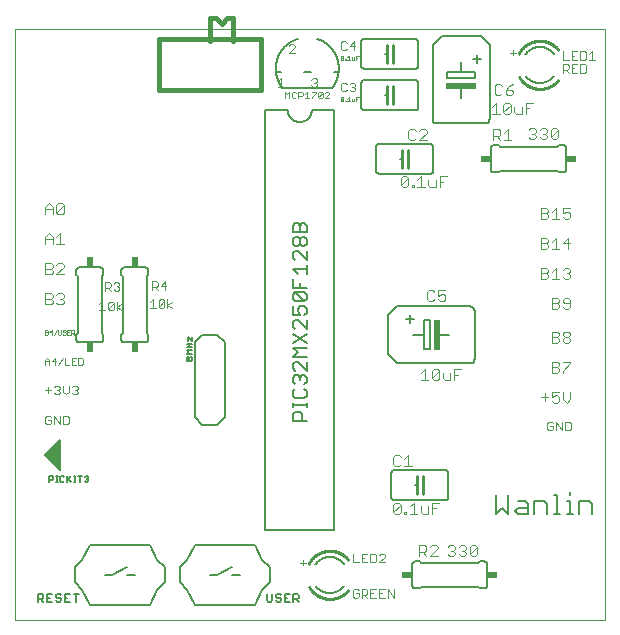
<source format=gto>
G75*
%MOIN*%
%OFA0B0*%
%FSLAX25Y25*%
%IPPOS*%
%LPD*%
%AMOC8*
5,1,8,0,0,1.08239X$1,22.5*
%
%ADD10C,0.00000*%
%ADD11C,0.00300*%
%ADD12C,0.00100*%
%ADD13C,0.00200*%
%ADD14C,0.00600*%
%ADD15C,0.01000*%
%ADD16C,0.00400*%
%ADD17R,0.02000X0.10000*%
%ADD18R,0.10000X0.02000*%
%ADD19R,0.03400X0.02400*%
%ADD20R,0.02400X0.03400*%
%ADD21C,0.00500*%
%ADD22C,0.01600*%
%ADD23C,0.00800*%
D10*
X0001800Y0001800D02*
X0001800Y0198650D01*
X0198650Y0198650D01*
X0198650Y0001800D01*
X0001800Y0001800D01*
D11*
X0012434Y0066950D02*
X0011950Y0067434D01*
X0011950Y0069369D01*
X0012434Y0069852D01*
X0013401Y0069852D01*
X0013885Y0069369D01*
X0013885Y0068401D02*
X0012917Y0068401D01*
X0013885Y0068401D02*
X0013885Y0067434D01*
X0013401Y0066950D01*
X0012434Y0066950D01*
X0014897Y0066950D02*
X0014897Y0069852D01*
X0016831Y0066950D01*
X0016831Y0069852D01*
X0017843Y0069852D02*
X0019294Y0069852D01*
X0019778Y0069369D01*
X0019778Y0067434D01*
X0019294Y0066950D01*
X0017843Y0066950D01*
X0017843Y0069852D01*
X0018811Y0076950D02*
X0019778Y0077917D01*
X0019778Y0079852D01*
X0020790Y0079369D02*
X0021273Y0079852D01*
X0022241Y0079852D01*
X0022725Y0079369D01*
X0022725Y0078885D01*
X0022241Y0078401D01*
X0022725Y0077917D01*
X0022725Y0077434D01*
X0022241Y0076950D01*
X0021273Y0076950D01*
X0020790Y0077434D01*
X0021757Y0078401D02*
X0022241Y0078401D01*
X0018811Y0076950D02*
X0017843Y0077917D01*
X0017843Y0079852D01*
X0016831Y0079369D02*
X0016348Y0079852D01*
X0015380Y0079852D01*
X0014897Y0079369D01*
X0015864Y0078401D02*
X0016348Y0078401D01*
X0016831Y0077917D01*
X0016831Y0077434D01*
X0016348Y0076950D01*
X0015380Y0076950D01*
X0014897Y0077434D01*
X0013885Y0078401D02*
X0011950Y0078401D01*
X0012917Y0077434D02*
X0012917Y0079369D01*
X0016348Y0078401D02*
X0016831Y0078885D01*
X0016831Y0079369D01*
X0030002Y0105000D02*
X0031937Y0105000D01*
X0030969Y0105000D02*
X0030969Y0107902D01*
X0030002Y0106935D01*
X0032948Y0107419D02*
X0032948Y0105484D01*
X0034883Y0107419D01*
X0034883Y0105484D01*
X0034399Y0105000D01*
X0033432Y0105000D01*
X0032948Y0105484D01*
X0032948Y0107419D02*
X0033432Y0107902D01*
X0034399Y0107902D01*
X0034883Y0107419D01*
X0035895Y0107902D02*
X0035895Y0105000D01*
X0035895Y0105967D02*
X0037346Y0106935D01*
X0035895Y0105967D02*
X0037346Y0105000D01*
X0036205Y0111500D02*
X0035237Y0111500D01*
X0034753Y0111984D01*
X0033742Y0111500D02*
X0032774Y0112467D01*
X0033258Y0112467D02*
X0031807Y0112467D01*
X0031807Y0111500D02*
X0031807Y0114402D01*
X0033258Y0114402D01*
X0033742Y0113919D01*
X0033742Y0112951D01*
X0033258Y0112467D01*
X0034753Y0113919D02*
X0035237Y0114402D01*
X0036205Y0114402D01*
X0036688Y0113919D01*
X0036688Y0113435D01*
X0036205Y0112951D01*
X0036688Y0112467D01*
X0036688Y0111984D01*
X0036205Y0111500D01*
X0036205Y0112951D02*
X0035721Y0112951D01*
X0046800Y0107635D02*
X0047767Y0108602D01*
X0047767Y0105700D01*
X0046800Y0105700D02*
X0048735Y0105700D01*
X0049747Y0106184D02*
X0049747Y0108119D01*
X0050230Y0108602D01*
X0051198Y0108602D01*
X0051681Y0108119D01*
X0049747Y0106184D01*
X0050230Y0105700D01*
X0051198Y0105700D01*
X0051681Y0106184D01*
X0051681Y0108119D01*
X0052693Y0108602D02*
X0052693Y0105700D01*
X0052693Y0106667D02*
X0054144Y0107635D01*
X0052693Y0106667D02*
X0054144Y0105700D01*
X0051848Y0111700D02*
X0051848Y0114602D01*
X0050397Y0113151D01*
X0052331Y0113151D01*
X0049385Y0113151D02*
X0048901Y0112667D01*
X0047450Y0112667D01*
X0047450Y0111700D02*
X0047450Y0114602D01*
X0048901Y0114602D01*
X0049385Y0114119D01*
X0049385Y0113151D01*
X0048417Y0112667D02*
X0049385Y0111700D01*
X0018102Y0110036D02*
X0018102Y0109419D01*
X0017485Y0108802D01*
X0018102Y0108184D01*
X0018102Y0107567D01*
X0017485Y0106950D01*
X0016250Y0106950D01*
X0015633Y0107567D01*
X0014419Y0107567D02*
X0013802Y0106950D01*
X0011950Y0106950D01*
X0011950Y0110653D01*
X0013802Y0110653D01*
X0014419Y0110036D01*
X0014419Y0109419D01*
X0013802Y0108802D01*
X0011950Y0108802D01*
X0013802Y0108802D02*
X0014419Y0108184D01*
X0014419Y0107567D01*
X0016868Y0108802D02*
X0017485Y0108802D01*
X0018102Y0110036D02*
X0017485Y0110653D01*
X0016250Y0110653D01*
X0015633Y0110036D01*
X0015633Y0116950D02*
X0018102Y0119419D01*
X0018102Y0120036D01*
X0017485Y0120653D01*
X0016250Y0120653D01*
X0015633Y0120036D01*
X0014419Y0120036D02*
X0014419Y0119419D01*
X0013802Y0118802D01*
X0011950Y0118802D01*
X0011950Y0120653D02*
X0011950Y0116950D01*
X0013802Y0116950D01*
X0014419Y0117567D01*
X0014419Y0118184D01*
X0013802Y0118802D01*
X0014419Y0120036D02*
X0013802Y0120653D01*
X0011950Y0120653D01*
X0015633Y0116950D02*
X0018102Y0116950D01*
X0018102Y0126950D02*
X0015633Y0126950D01*
X0014419Y0126950D02*
X0014419Y0129419D01*
X0013184Y0130653D01*
X0011950Y0129419D01*
X0011950Y0126950D01*
X0011950Y0128802D02*
X0014419Y0128802D01*
X0015633Y0129419D02*
X0016868Y0130653D01*
X0016868Y0126950D01*
X0017485Y0136950D02*
X0016250Y0136950D01*
X0015633Y0137567D01*
X0018102Y0140036D01*
X0018102Y0137567D01*
X0017485Y0136950D01*
X0015633Y0137567D02*
X0015633Y0140036D01*
X0016250Y0140653D01*
X0017485Y0140653D01*
X0018102Y0140036D01*
X0014419Y0139419D02*
X0014419Y0136950D01*
X0014419Y0138802D02*
X0011950Y0138802D01*
X0011950Y0139419D02*
X0011950Y0136950D01*
X0011950Y0139419D02*
X0013184Y0140653D01*
X0014419Y0139419D01*
X0089450Y0179450D02*
X0091385Y0179450D01*
X0090417Y0179450D02*
X0090417Y0182352D01*
X0089450Y0181385D01*
X0093200Y0190700D02*
X0095135Y0192635D01*
X0095135Y0193119D01*
X0094651Y0193602D01*
X0093684Y0193602D01*
X0093200Y0193119D01*
X0093200Y0190700D02*
X0095135Y0190700D01*
X0101184Y0182352D02*
X0102151Y0182352D01*
X0102635Y0181869D01*
X0102635Y0181385D01*
X0102151Y0180901D01*
X0102635Y0180417D01*
X0102635Y0179934D01*
X0102151Y0179450D01*
X0101184Y0179450D01*
X0100700Y0179934D01*
X0101667Y0180901D02*
X0102151Y0180901D01*
X0101184Y0182352D02*
X0100700Y0181869D01*
X0110450Y0180369D02*
X0110450Y0178434D01*
X0110934Y0177950D01*
X0111901Y0177950D01*
X0112385Y0178434D01*
X0113397Y0178434D02*
X0113880Y0177950D01*
X0114848Y0177950D01*
X0115331Y0178434D01*
X0115331Y0178917D01*
X0114848Y0179401D01*
X0114364Y0179401D01*
X0114848Y0179401D02*
X0115331Y0179885D01*
X0115331Y0180369D01*
X0114848Y0180852D01*
X0113880Y0180852D01*
X0113397Y0180369D01*
X0112385Y0180369D02*
X0111901Y0180852D01*
X0110934Y0180852D01*
X0110450Y0180369D01*
X0110934Y0191700D02*
X0111901Y0191700D01*
X0112385Y0192184D01*
X0113397Y0193151D02*
X0115331Y0193151D01*
X0114848Y0191700D02*
X0114848Y0194602D01*
X0113397Y0193151D01*
X0112385Y0194119D02*
X0111901Y0194602D01*
X0110934Y0194602D01*
X0110450Y0194119D01*
X0110450Y0192184D01*
X0110934Y0191700D01*
X0166950Y0190901D02*
X0168885Y0190901D01*
X0167917Y0191869D02*
X0167917Y0189934D01*
X0184450Y0191352D02*
X0184450Y0188450D01*
X0186385Y0188450D01*
X0187397Y0188450D02*
X0187397Y0191352D01*
X0189331Y0191352D01*
X0190343Y0191352D02*
X0190343Y0188450D01*
X0191794Y0188450D01*
X0192278Y0188934D01*
X0192278Y0190869D01*
X0191794Y0191352D01*
X0190343Y0191352D01*
X0188364Y0189901D02*
X0187397Y0189901D01*
X0187397Y0188450D02*
X0189331Y0188450D01*
X0189331Y0187102D02*
X0187397Y0187102D01*
X0187397Y0184200D01*
X0189331Y0184200D01*
X0190343Y0184200D02*
X0190343Y0187102D01*
X0191794Y0187102D01*
X0192278Y0186619D01*
X0192278Y0184684D01*
X0191794Y0184200D01*
X0190343Y0184200D01*
X0188364Y0185651D02*
X0187397Y0185651D01*
X0186385Y0185651D02*
X0186385Y0186619D01*
X0185901Y0187102D01*
X0184450Y0187102D01*
X0184450Y0184200D01*
X0184450Y0185167D02*
X0185901Y0185167D01*
X0186385Y0185651D01*
X0185417Y0185167D02*
X0186385Y0184200D01*
X0193290Y0188450D02*
X0195225Y0188450D01*
X0194257Y0188450D02*
X0194257Y0191352D01*
X0193290Y0190385D01*
X0186986Y0139153D02*
X0184517Y0139153D01*
X0184517Y0137302D01*
X0185751Y0137919D01*
X0186368Y0137919D01*
X0186986Y0137302D01*
X0186986Y0136067D01*
X0186368Y0135450D01*
X0185134Y0135450D01*
X0184517Y0136067D01*
X0183302Y0135450D02*
X0180834Y0135450D01*
X0182068Y0135450D02*
X0182068Y0139153D01*
X0180834Y0137919D01*
X0179619Y0137919D02*
X0179002Y0137302D01*
X0177151Y0137302D01*
X0179002Y0137302D02*
X0179619Y0136684D01*
X0179619Y0136067D01*
X0179002Y0135450D01*
X0177151Y0135450D01*
X0177151Y0139153D01*
X0179002Y0139153D01*
X0179619Y0138536D01*
X0179619Y0137919D01*
X0179002Y0129153D02*
X0179619Y0128536D01*
X0179619Y0127919D01*
X0179002Y0127302D01*
X0177151Y0127302D01*
X0179002Y0127302D02*
X0179619Y0126684D01*
X0179619Y0126067D01*
X0179002Y0125450D01*
X0177151Y0125450D01*
X0177151Y0129153D01*
X0179002Y0129153D01*
X0180834Y0127919D02*
X0182068Y0129153D01*
X0182068Y0125450D01*
X0180834Y0125450D02*
X0183302Y0125450D01*
X0184517Y0127302D02*
X0186986Y0127302D01*
X0186368Y0129153D02*
X0186368Y0125450D01*
X0184517Y0127302D02*
X0186368Y0129153D01*
X0186368Y0119153D02*
X0185134Y0119153D01*
X0184517Y0118536D01*
X0185751Y0117302D02*
X0186368Y0117302D01*
X0186986Y0116684D01*
X0186986Y0116067D01*
X0186368Y0115450D01*
X0185134Y0115450D01*
X0184517Y0116067D01*
X0183302Y0115450D02*
X0180834Y0115450D01*
X0182068Y0115450D02*
X0182068Y0119153D01*
X0180834Y0117919D01*
X0179619Y0117919D02*
X0179002Y0117302D01*
X0177151Y0117302D01*
X0179002Y0117302D02*
X0179619Y0116684D01*
X0179619Y0116067D01*
X0179002Y0115450D01*
X0177151Y0115450D01*
X0177151Y0119153D01*
X0179002Y0119153D01*
X0179619Y0118536D01*
X0179619Y0117919D01*
X0186368Y0117302D02*
X0186986Y0117919D01*
X0186986Y0118536D01*
X0186368Y0119153D01*
X0186368Y0109153D02*
X0185134Y0109153D01*
X0184517Y0108536D01*
X0184517Y0107919D01*
X0185134Y0107302D01*
X0186986Y0107302D01*
X0186986Y0108536D02*
X0186986Y0106067D01*
X0186368Y0105450D01*
X0185134Y0105450D01*
X0184517Y0106067D01*
X0183302Y0106067D02*
X0182685Y0105450D01*
X0180834Y0105450D01*
X0180834Y0109153D01*
X0182685Y0109153D01*
X0183302Y0108536D01*
X0183302Y0107919D01*
X0182685Y0107302D01*
X0180834Y0107302D01*
X0182685Y0107302D02*
X0183302Y0106684D01*
X0183302Y0106067D01*
X0186368Y0109153D02*
X0186986Y0108536D01*
X0186368Y0097903D02*
X0185134Y0097903D01*
X0184517Y0097286D01*
X0184517Y0096669D01*
X0185134Y0096052D01*
X0186368Y0096052D01*
X0186986Y0095434D01*
X0186986Y0094817D01*
X0186368Y0094200D01*
X0185134Y0094200D01*
X0184517Y0094817D01*
X0184517Y0095434D01*
X0185134Y0096052D01*
X0186368Y0096052D02*
X0186986Y0096669D01*
X0186986Y0097286D01*
X0186368Y0097903D01*
X0183302Y0097286D02*
X0183302Y0096669D01*
X0182685Y0096052D01*
X0180834Y0096052D01*
X0180834Y0097903D02*
X0182685Y0097903D01*
X0183302Y0097286D01*
X0182685Y0096052D02*
X0183302Y0095434D01*
X0183302Y0094817D01*
X0182685Y0094200D01*
X0180834Y0094200D01*
X0180834Y0097903D01*
X0180834Y0087903D02*
X0182685Y0087903D01*
X0183302Y0087286D01*
X0183302Y0086669D01*
X0182685Y0086052D01*
X0180834Y0086052D01*
X0180834Y0087903D02*
X0180834Y0084200D01*
X0182685Y0084200D01*
X0183302Y0084817D01*
X0183302Y0085434D01*
X0182685Y0086052D01*
X0184517Y0084817D02*
X0184517Y0084200D01*
X0184517Y0084817D02*
X0186986Y0087286D01*
X0186986Y0087903D01*
X0184517Y0087903D01*
X0184517Y0077903D02*
X0184517Y0075434D01*
X0185751Y0074200D01*
X0186986Y0075434D01*
X0186986Y0077903D01*
X0183302Y0077903D02*
X0180834Y0077903D01*
X0180834Y0076052D01*
X0182068Y0076669D01*
X0182685Y0076669D01*
X0183302Y0076052D01*
X0183302Y0074817D01*
X0182685Y0074200D01*
X0181451Y0074200D01*
X0180834Y0074817D01*
X0179619Y0076052D02*
X0177151Y0076052D01*
X0178385Y0077286D02*
X0178385Y0074817D01*
X0179844Y0067902D02*
X0179360Y0067419D01*
X0179360Y0065484D01*
X0179844Y0065000D01*
X0180812Y0065000D01*
X0181295Y0065484D01*
X0181295Y0066451D01*
X0180328Y0066451D01*
X0181295Y0067419D02*
X0180812Y0067902D01*
X0179844Y0067902D01*
X0182307Y0067902D02*
X0184242Y0065000D01*
X0184242Y0067902D01*
X0185253Y0067902D02*
X0186705Y0067902D01*
X0187188Y0067419D01*
X0187188Y0065484D01*
X0186705Y0065000D01*
X0185253Y0065000D01*
X0185253Y0067902D01*
X0182307Y0067902D02*
X0182307Y0065000D01*
X0128171Y0012102D02*
X0128171Y0009200D01*
X0126236Y0012102D01*
X0126236Y0009200D01*
X0125225Y0009200D02*
X0123290Y0009200D01*
X0123290Y0012102D01*
X0125225Y0012102D01*
X0124257Y0010651D02*
X0123290Y0010651D01*
X0122278Y0009200D02*
X0120343Y0009200D01*
X0120343Y0012102D01*
X0122278Y0012102D01*
X0121311Y0010651D02*
X0120343Y0010651D01*
X0119331Y0010651D02*
X0118848Y0010167D01*
X0117397Y0010167D01*
X0117397Y0009200D02*
X0117397Y0012102D01*
X0118848Y0012102D01*
X0119331Y0011619D01*
X0119331Y0010651D01*
X0118364Y0010167D02*
X0119331Y0009200D01*
X0116385Y0009684D02*
X0116385Y0010651D01*
X0115417Y0010651D01*
X0114450Y0009684D02*
X0114450Y0011619D01*
X0114934Y0012102D01*
X0115901Y0012102D01*
X0116385Y0011619D01*
X0116385Y0009684D02*
X0115901Y0009200D01*
X0114934Y0009200D01*
X0114450Y0009684D01*
X0114450Y0020950D02*
X0116385Y0020950D01*
X0117397Y0020950D02*
X0119331Y0020950D01*
X0120343Y0020950D02*
X0120343Y0023852D01*
X0121794Y0023852D01*
X0122278Y0023369D01*
X0122278Y0021434D01*
X0121794Y0020950D01*
X0120343Y0020950D01*
X0118364Y0022401D02*
X0117397Y0022401D01*
X0117397Y0023852D02*
X0117397Y0020950D01*
X0117397Y0023852D02*
X0119331Y0023852D01*
X0123290Y0023369D02*
X0123773Y0023852D01*
X0124741Y0023852D01*
X0125225Y0023369D01*
X0125225Y0022885D01*
X0123290Y0020950D01*
X0125225Y0020950D01*
X0114450Y0020950D02*
X0114450Y0023852D01*
X0098885Y0020901D02*
X0096950Y0020901D01*
X0097917Y0019934D02*
X0097917Y0021869D01*
D12*
X0021690Y0096850D02*
X0021190Y0097350D01*
X0021440Y0097350D02*
X0020690Y0097350D01*
X0020690Y0096850D02*
X0020690Y0098351D01*
X0021440Y0098351D01*
X0021690Y0098101D01*
X0021690Y0097601D01*
X0021440Y0097350D01*
X0020217Y0096850D02*
X0019216Y0096850D01*
X0019216Y0098351D01*
X0020217Y0098351D01*
X0019717Y0097601D02*
X0019216Y0097601D01*
X0018744Y0097350D02*
X0018744Y0097100D01*
X0018494Y0096850D01*
X0017993Y0096850D01*
X0017743Y0097100D01*
X0017271Y0097100D02*
X0017271Y0098351D01*
X0017743Y0098101D02*
X0017743Y0097851D01*
X0017993Y0097601D01*
X0018494Y0097601D01*
X0018744Y0097350D01*
X0018744Y0098101D02*
X0018494Y0098351D01*
X0017993Y0098351D01*
X0017743Y0098101D01*
X0017271Y0097100D02*
X0017020Y0096850D01*
X0016520Y0096850D01*
X0016270Y0097100D01*
X0016270Y0098351D01*
X0015797Y0098351D02*
X0014797Y0096850D01*
X0014074Y0096850D02*
X0014074Y0098351D01*
X0013323Y0097601D01*
X0014324Y0097601D01*
X0012851Y0097851D02*
X0012851Y0098101D01*
X0012601Y0098351D01*
X0011850Y0098351D01*
X0011850Y0096850D01*
X0012601Y0096850D01*
X0012851Y0097100D01*
X0012851Y0097350D01*
X0012601Y0097601D01*
X0011850Y0097601D01*
X0012601Y0097601D02*
X0012851Y0097851D01*
D13*
X0012634Y0089102D02*
X0011900Y0088368D01*
X0011900Y0086900D01*
X0011900Y0088001D02*
X0013368Y0088001D01*
X0013368Y0088368D02*
X0013368Y0086900D01*
X0014110Y0088001D02*
X0015578Y0088001D01*
X0015211Y0089102D02*
X0014110Y0088001D01*
X0013368Y0088368D02*
X0012634Y0089102D01*
X0015211Y0089102D02*
X0015211Y0086900D01*
X0016320Y0086900D02*
X0017788Y0089102D01*
X0018530Y0089102D02*
X0018530Y0086900D01*
X0019998Y0086900D01*
X0020740Y0086900D02*
X0020740Y0089102D01*
X0022207Y0089102D01*
X0022949Y0089102D02*
X0022949Y0086900D01*
X0024050Y0086900D01*
X0024417Y0087267D01*
X0024417Y0088735D01*
X0024050Y0089102D01*
X0022949Y0089102D01*
X0021473Y0088001D02*
X0020740Y0088001D01*
X0020740Y0086900D02*
X0022207Y0086900D01*
X0091900Y0175650D02*
X0091900Y0177852D01*
X0092634Y0177118D01*
X0093368Y0177852D01*
X0093368Y0175650D01*
X0094110Y0176017D02*
X0094477Y0175650D01*
X0095211Y0175650D01*
X0095578Y0176017D01*
X0096320Y0176384D02*
X0097421Y0176384D01*
X0097788Y0176751D01*
X0097788Y0177485D01*
X0097421Y0177852D01*
X0096320Y0177852D01*
X0096320Y0175650D01*
X0095578Y0177485D02*
X0095211Y0177852D01*
X0094477Y0177852D01*
X0094110Y0177485D01*
X0094110Y0176017D01*
X0098530Y0175650D02*
X0099998Y0175650D01*
X0099264Y0175650D02*
X0099264Y0177852D01*
X0098530Y0177118D01*
X0100740Y0177852D02*
X0102207Y0177852D01*
X0102207Y0177485D01*
X0100740Y0176017D01*
X0100740Y0175650D01*
X0102949Y0176017D02*
X0104417Y0177485D01*
X0104417Y0176017D01*
X0104050Y0175650D01*
X0103316Y0175650D01*
X0102949Y0176017D01*
X0102949Y0177485D01*
X0103316Y0177852D01*
X0104050Y0177852D01*
X0104417Y0177485D01*
X0105159Y0177485D02*
X0105526Y0177852D01*
X0106260Y0177852D01*
X0106627Y0177485D01*
X0106627Y0177118D01*
X0105159Y0175650D01*
X0106627Y0175650D01*
X0110400Y0175818D02*
X0110400Y0174884D01*
X0111334Y0175818D01*
X0111334Y0174884D01*
X0111101Y0174650D01*
X0110634Y0174650D01*
X0110400Y0174884D01*
X0110400Y0175818D02*
X0110634Y0176051D01*
X0111101Y0176051D01*
X0111334Y0175818D01*
X0111873Y0174884D02*
X0112107Y0174884D01*
X0112107Y0174650D01*
X0111873Y0174650D01*
X0111873Y0174884D01*
X0112610Y0174650D02*
X0113544Y0174650D01*
X0113077Y0174650D02*
X0113077Y0176051D01*
X0112610Y0175584D01*
X0114083Y0175584D02*
X0114083Y0174884D01*
X0114317Y0174650D01*
X0115017Y0174650D01*
X0115017Y0175584D01*
X0115556Y0175351D02*
X0116023Y0175351D01*
X0115556Y0176051D02*
X0115556Y0174650D01*
X0115556Y0176051D02*
X0116491Y0176051D01*
X0115556Y0188400D02*
X0115556Y0189801D01*
X0116491Y0189801D01*
X0116023Y0189101D02*
X0115556Y0189101D01*
X0115017Y0189334D02*
X0115017Y0188400D01*
X0114317Y0188400D01*
X0114083Y0188634D01*
X0114083Y0189334D01*
X0113544Y0188400D02*
X0112610Y0188400D01*
X0113077Y0188400D02*
X0113077Y0189801D01*
X0112610Y0189334D01*
X0112107Y0188634D02*
X0112107Y0188400D01*
X0111873Y0188400D01*
X0111873Y0188634D01*
X0112107Y0188634D01*
X0111334Y0188634D02*
X0111101Y0188400D01*
X0110634Y0188400D01*
X0110400Y0188634D01*
X0111334Y0189568D01*
X0111334Y0188634D01*
X0111334Y0189568D02*
X0111101Y0189801D01*
X0110634Y0189801D01*
X0110400Y0189568D01*
X0110400Y0188634D01*
D14*
X0117300Y0186550D02*
X0117300Y0194550D01*
X0117302Y0194610D01*
X0117307Y0194671D01*
X0117316Y0194730D01*
X0117329Y0194789D01*
X0117345Y0194848D01*
X0117365Y0194905D01*
X0117388Y0194960D01*
X0117415Y0195015D01*
X0117444Y0195067D01*
X0117477Y0195118D01*
X0117513Y0195167D01*
X0117551Y0195213D01*
X0117593Y0195257D01*
X0117637Y0195299D01*
X0117683Y0195337D01*
X0117732Y0195373D01*
X0117783Y0195406D01*
X0117835Y0195435D01*
X0117890Y0195462D01*
X0117945Y0195485D01*
X0118002Y0195505D01*
X0118061Y0195521D01*
X0118120Y0195534D01*
X0118179Y0195543D01*
X0118240Y0195548D01*
X0118300Y0195550D01*
X0135300Y0195550D01*
X0135360Y0195548D01*
X0135421Y0195543D01*
X0135480Y0195534D01*
X0135539Y0195521D01*
X0135598Y0195505D01*
X0135655Y0195485D01*
X0135710Y0195462D01*
X0135765Y0195435D01*
X0135817Y0195406D01*
X0135868Y0195373D01*
X0135917Y0195337D01*
X0135963Y0195299D01*
X0136007Y0195257D01*
X0136049Y0195213D01*
X0136087Y0195167D01*
X0136123Y0195118D01*
X0136156Y0195067D01*
X0136185Y0195015D01*
X0136212Y0194960D01*
X0136235Y0194905D01*
X0136255Y0194848D01*
X0136271Y0194789D01*
X0136284Y0194730D01*
X0136293Y0194671D01*
X0136298Y0194610D01*
X0136300Y0194550D01*
X0136300Y0186550D01*
X0136298Y0186490D01*
X0136293Y0186429D01*
X0136284Y0186370D01*
X0136271Y0186311D01*
X0136255Y0186252D01*
X0136235Y0186195D01*
X0136212Y0186140D01*
X0136185Y0186085D01*
X0136156Y0186033D01*
X0136123Y0185982D01*
X0136087Y0185933D01*
X0136049Y0185887D01*
X0136007Y0185843D01*
X0135963Y0185801D01*
X0135917Y0185763D01*
X0135868Y0185727D01*
X0135817Y0185694D01*
X0135765Y0185665D01*
X0135710Y0185638D01*
X0135655Y0185615D01*
X0135598Y0185595D01*
X0135539Y0185579D01*
X0135480Y0185566D01*
X0135421Y0185557D01*
X0135360Y0185552D01*
X0135300Y0185550D01*
X0118300Y0185550D01*
X0118240Y0185552D01*
X0118179Y0185557D01*
X0118120Y0185566D01*
X0118061Y0185579D01*
X0118002Y0185595D01*
X0117945Y0185615D01*
X0117890Y0185638D01*
X0117835Y0185665D01*
X0117783Y0185694D01*
X0117732Y0185727D01*
X0117683Y0185763D01*
X0117637Y0185801D01*
X0117593Y0185843D01*
X0117551Y0185887D01*
X0117513Y0185933D01*
X0117477Y0185982D01*
X0117444Y0186033D01*
X0117415Y0186085D01*
X0117388Y0186140D01*
X0117365Y0186195D01*
X0117345Y0186252D01*
X0117329Y0186311D01*
X0117316Y0186370D01*
X0117307Y0186429D01*
X0117302Y0186490D01*
X0117300Y0186550D01*
X0118300Y0181800D02*
X0135300Y0181800D01*
X0135360Y0181798D01*
X0135421Y0181793D01*
X0135480Y0181784D01*
X0135539Y0181771D01*
X0135598Y0181755D01*
X0135655Y0181735D01*
X0135710Y0181712D01*
X0135765Y0181685D01*
X0135817Y0181656D01*
X0135868Y0181623D01*
X0135917Y0181587D01*
X0135963Y0181549D01*
X0136007Y0181507D01*
X0136049Y0181463D01*
X0136087Y0181417D01*
X0136123Y0181368D01*
X0136156Y0181317D01*
X0136185Y0181265D01*
X0136212Y0181210D01*
X0136235Y0181155D01*
X0136255Y0181098D01*
X0136271Y0181039D01*
X0136284Y0180980D01*
X0136293Y0180921D01*
X0136298Y0180860D01*
X0136300Y0180800D01*
X0136300Y0172800D01*
X0136298Y0172740D01*
X0136293Y0172679D01*
X0136284Y0172620D01*
X0136271Y0172561D01*
X0136255Y0172502D01*
X0136235Y0172445D01*
X0136212Y0172390D01*
X0136185Y0172335D01*
X0136156Y0172283D01*
X0136123Y0172232D01*
X0136087Y0172183D01*
X0136049Y0172137D01*
X0136007Y0172093D01*
X0135963Y0172051D01*
X0135917Y0172013D01*
X0135868Y0171977D01*
X0135817Y0171944D01*
X0135765Y0171915D01*
X0135710Y0171888D01*
X0135655Y0171865D01*
X0135598Y0171845D01*
X0135539Y0171829D01*
X0135480Y0171816D01*
X0135421Y0171807D01*
X0135360Y0171802D01*
X0135300Y0171800D01*
X0118300Y0171800D01*
X0118240Y0171802D01*
X0118179Y0171807D01*
X0118120Y0171816D01*
X0118061Y0171829D01*
X0118002Y0171845D01*
X0117945Y0171865D01*
X0117890Y0171888D01*
X0117835Y0171915D01*
X0117783Y0171944D01*
X0117732Y0171977D01*
X0117683Y0172013D01*
X0117637Y0172051D01*
X0117593Y0172093D01*
X0117551Y0172137D01*
X0117513Y0172183D01*
X0117477Y0172232D01*
X0117444Y0172283D01*
X0117415Y0172335D01*
X0117388Y0172390D01*
X0117365Y0172445D01*
X0117345Y0172502D01*
X0117329Y0172561D01*
X0117316Y0172620D01*
X0117307Y0172679D01*
X0117302Y0172740D01*
X0117300Y0172800D01*
X0117300Y0180800D01*
X0117302Y0180860D01*
X0117307Y0180921D01*
X0117316Y0180980D01*
X0117329Y0181039D01*
X0117345Y0181098D01*
X0117365Y0181155D01*
X0117388Y0181210D01*
X0117415Y0181265D01*
X0117444Y0181317D01*
X0117477Y0181368D01*
X0117513Y0181417D01*
X0117551Y0181463D01*
X0117593Y0181507D01*
X0117637Y0181549D01*
X0117683Y0181587D01*
X0117732Y0181623D01*
X0117783Y0181656D01*
X0117835Y0181685D01*
X0117890Y0181712D01*
X0117945Y0181735D01*
X0118002Y0181755D01*
X0118061Y0181771D01*
X0118120Y0181784D01*
X0118179Y0181793D01*
X0118240Y0181798D01*
X0118300Y0181800D01*
X0125300Y0176800D02*
X0125800Y0176800D01*
X0127800Y0176800D02*
X0128300Y0176800D01*
X0141050Y0168800D02*
X0141050Y0193300D01*
X0144050Y0196300D01*
X0157050Y0196300D01*
X0160050Y0193300D01*
X0160050Y0168800D01*
X0160048Y0168724D01*
X0160042Y0168648D01*
X0160033Y0168573D01*
X0160019Y0168498D01*
X0160002Y0168424D01*
X0159981Y0168351D01*
X0159957Y0168279D01*
X0159928Y0168208D01*
X0159897Y0168139D01*
X0159862Y0168072D01*
X0159823Y0168007D01*
X0159781Y0167943D01*
X0159736Y0167882D01*
X0159688Y0167823D01*
X0159637Y0167767D01*
X0159583Y0167713D01*
X0159527Y0167662D01*
X0159468Y0167614D01*
X0159407Y0167569D01*
X0159343Y0167527D01*
X0159278Y0167488D01*
X0159211Y0167453D01*
X0159142Y0167422D01*
X0159071Y0167393D01*
X0158999Y0167369D01*
X0158926Y0167348D01*
X0158852Y0167331D01*
X0158777Y0167317D01*
X0158702Y0167308D01*
X0158626Y0167302D01*
X0158550Y0167300D01*
X0142550Y0167300D01*
X0142474Y0167302D01*
X0142398Y0167308D01*
X0142323Y0167317D01*
X0142248Y0167331D01*
X0142174Y0167348D01*
X0142101Y0167369D01*
X0142029Y0167393D01*
X0141958Y0167422D01*
X0141889Y0167453D01*
X0141822Y0167488D01*
X0141757Y0167527D01*
X0141693Y0167569D01*
X0141632Y0167614D01*
X0141573Y0167662D01*
X0141517Y0167713D01*
X0141463Y0167767D01*
X0141412Y0167823D01*
X0141364Y0167882D01*
X0141319Y0167943D01*
X0141277Y0168007D01*
X0141238Y0168072D01*
X0141203Y0168139D01*
X0141172Y0168208D01*
X0141143Y0168279D01*
X0141119Y0168351D01*
X0141098Y0168424D01*
X0141081Y0168498D01*
X0141067Y0168573D01*
X0141058Y0168648D01*
X0141052Y0168724D01*
X0141050Y0168800D01*
X0140300Y0160550D02*
X0123300Y0160550D01*
X0123240Y0160548D01*
X0123179Y0160543D01*
X0123120Y0160534D01*
X0123061Y0160521D01*
X0123002Y0160505D01*
X0122945Y0160485D01*
X0122890Y0160462D01*
X0122835Y0160435D01*
X0122783Y0160406D01*
X0122732Y0160373D01*
X0122683Y0160337D01*
X0122637Y0160299D01*
X0122593Y0160257D01*
X0122551Y0160213D01*
X0122513Y0160167D01*
X0122477Y0160118D01*
X0122444Y0160067D01*
X0122415Y0160015D01*
X0122388Y0159960D01*
X0122365Y0159905D01*
X0122345Y0159848D01*
X0122329Y0159789D01*
X0122316Y0159730D01*
X0122307Y0159671D01*
X0122302Y0159610D01*
X0122300Y0159550D01*
X0122300Y0151550D01*
X0122302Y0151490D01*
X0122307Y0151429D01*
X0122316Y0151370D01*
X0122329Y0151311D01*
X0122345Y0151252D01*
X0122365Y0151195D01*
X0122388Y0151140D01*
X0122415Y0151085D01*
X0122444Y0151033D01*
X0122477Y0150982D01*
X0122513Y0150933D01*
X0122551Y0150887D01*
X0122593Y0150843D01*
X0122637Y0150801D01*
X0122683Y0150763D01*
X0122732Y0150727D01*
X0122783Y0150694D01*
X0122835Y0150665D01*
X0122890Y0150638D01*
X0122945Y0150615D01*
X0123002Y0150595D01*
X0123061Y0150579D01*
X0123120Y0150566D01*
X0123179Y0150557D01*
X0123240Y0150552D01*
X0123300Y0150550D01*
X0140300Y0150550D01*
X0140360Y0150552D01*
X0140421Y0150557D01*
X0140480Y0150566D01*
X0140539Y0150579D01*
X0140598Y0150595D01*
X0140655Y0150615D01*
X0140710Y0150638D01*
X0140765Y0150665D01*
X0140817Y0150694D01*
X0140868Y0150727D01*
X0140917Y0150763D01*
X0140963Y0150801D01*
X0141007Y0150843D01*
X0141049Y0150887D01*
X0141087Y0150933D01*
X0141123Y0150982D01*
X0141156Y0151033D01*
X0141185Y0151085D01*
X0141212Y0151140D01*
X0141235Y0151195D01*
X0141255Y0151252D01*
X0141271Y0151311D01*
X0141284Y0151370D01*
X0141293Y0151429D01*
X0141298Y0151490D01*
X0141300Y0151550D01*
X0141300Y0159550D01*
X0141298Y0159610D01*
X0141293Y0159671D01*
X0141284Y0159730D01*
X0141271Y0159789D01*
X0141255Y0159848D01*
X0141235Y0159905D01*
X0141212Y0159960D01*
X0141185Y0160015D01*
X0141156Y0160067D01*
X0141123Y0160118D01*
X0141087Y0160167D01*
X0141049Y0160213D01*
X0141007Y0160257D01*
X0140963Y0160299D01*
X0140917Y0160337D01*
X0140868Y0160373D01*
X0140817Y0160406D01*
X0140765Y0160435D01*
X0140710Y0160462D01*
X0140655Y0160485D01*
X0140598Y0160505D01*
X0140539Y0160521D01*
X0140480Y0160534D01*
X0140421Y0160543D01*
X0140360Y0160548D01*
X0140300Y0160550D01*
X0133300Y0155550D02*
X0132800Y0155550D01*
X0130800Y0155550D02*
X0130300Y0155550D01*
X0108300Y0171800D02*
X0100800Y0171800D01*
X0100798Y0171674D01*
X0100792Y0171549D01*
X0100782Y0171424D01*
X0100768Y0171299D01*
X0100751Y0171174D01*
X0100729Y0171050D01*
X0100704Y0170927D01*
X0100674Y0170805D01*
X0100641Y0170684D01*
X0100604Y0170564D01*
X0100564Y0170445D01*
X0100519Y0170328D01*
X0100471Y0170211D01*
X0100419Y0170097D01*
X0100364Y0169984D01*
X0100305Y0169873D01*
X0100243Y0169764D01*
X0100177Y0169657D01*
X0100108Y0169552D01*
X0100036Y0169449D01*
X0099961Y0169348D01*
X0099882Y0169250D01*
X0099800Y0169155D01*
X0099716Y0169062D01*
X0099628Y0168972D01*
X0099538Y0168884D01*
X0099445Y0168800D01*
X0099350Y0168718D01*
X0099252Y0168639D01*
X0099151Y0168564D01*
X0099048Y0168492D01*
X0098943Y0168423D01*
X0098836Y0168357D01*
X0098727Y0168295D01*
X0098616Y0168236D01*
X0098503Y0168181D01*
X0098389Y0168129D01*
X0098272Y0168081D01*
X0098155Y0168036D01*
X0098036Y0167996D01*
X0097916Y0167959D01*
X0097795Y0167926D01*
X0097673Y0167896D01*
X0097550Y0167871D01*
X0097426Y0167849D01*
X0097301Y0167832D01*
X0097176Y0167818D01*
X0097051Y0167808D01*
X0096926Y0167802D01*
X0096800Y0167800D01*
X0096674Y0167802D01*
X0096549Y0167808D01*
X0096424Y0167818D01*
X0096299Y0167832D01*
X0096174Y0167849D01*
X0096050Y0167871D01*
X0095927Y0167896D01*
X0095805Y0167926D01*
X0095684Y0167959D01*
X0095564Y0167996D01*
X0095445Y0168036D01*
X0095328Y0168081D01*
X0095211Y0168129D01*
X0095097Y0168181D01*
X0094984Y0168236D01*
X0094873Y0168295D01*
X0094764Y0168357D01*
X0094657Y0168423D01*
X0094552Y0168492D01*
X0094449Y0168564D01*
X0094348Y0168639D01*
X0094250Y0168718D01*
X0094155Y0168800D01*
X0094062Y0168884D01*
X0093972Y0168972D01*
X0093884Y0169062D01*
X0093800Y0169155D01*
X0093718Y0169250D01*
X0093639Y0169348D01*
X0093564Y0169449D01*
X0093492Y0169552D01*
X0093423Y0169657D01*
X0093357Y0169764D01*
X0093295Y0169873D01*
X0093236Y0169984D01*
X0093181Y0170097D01*
X0093129Y0170211D01*
X0093081Y0170328D01*
X0093036Y0170445D01*
X0092996Y0170564D01*
X0092959Y0170684D01*
X0092926Y0170805D01*
X0092896Y0170927D01*
X0092871Y0171050D01*
X0092849Y0171174D01*
X0092832Y0171299D01*
X0092818Y0171424D01*
X0092808Y0171549D01*
X0092802Y0171674D01*
X0092800Y0171800D01*
X0085300Y0171800D01*
X0085300Y0031800D01*
X0108300Y0031800D01*
X0108300Y0171800D01*
X0125300Y0190550D02*
X0125800Y0190550D01*
X0127800Y0190550D02*
X0128300Y0190550D01*
X0145750Y0184300D02*
X0145750Y0182300D01*
X0155350Y0182300D01*
X0155350Y0184300D01*
X0150550Y0184300D01*
X0145750Y0184300D01*
X0150550Y0184300D02*
X0150550Y0187800D01*
X0154650Y0188800D02*
X0157150Y0188800D01*
X0155950Y0187500D02*
X0155950Y0190100D01*
X0150550Y0179300D02*
X0150550Y0175800D01*
X0161550Y0160050D02*
X0163050Y0160050D01*
X0163550Y0159550D01*
X0182550Y0159550D01*
X0183050Y0160050D01*
X0184550Y0160050D01*
X0184610Y0160048D01*
X0184671Y0160043D01*
X0184730Y0160034D01*
X0184789Y0160021D01*
X0184848Y0160005D01*
X0184905Y0159985D01*
X0184960Y0159962D01*
X0185015Y0159935D01*
X0185067Y0159906D01*
X0185118Y0159873D01*
X0185167Y0159837D01*
X0185213Y0159799D01*
X0185257Y0159757D01*
X0185299Y0159713D01*
X0185337Y0159667D01*
X0185373Y0159618D01*
X0185406Y0159567D01*
X0185435Y0159515D01*
X0185462Y0159460D01*
X0185485Y0159405D01*
X0185505Y0159348D01*
X0185521Y0159289D01*
X0185534Y0159230D01*
X0185543Y0159171D01*
X0185548Y0159110D01*
X0185550Y0159050D01*
X0185550Y0152050D01*
X0185548Y0151990D01*
X0185543Y0151929D01*
X0185534Y0151870D01*
X0185521Y0151811D01*
X0185505Y0151752D01*
X0185485Y0151695D01*
X0185462Y0151640D01*
X0185435Y0151585D01*
X0185406Y0151533D01*
X0185373Y0151482D01*
X0185337Y0151433D01*
X0185299Y0151387D01*
X0185257Y0151343D01*
X0185213Y0151301D01*
X0185167Y0151263D01*
X0185118Y0151227D01*
X0185067Y0151194D01*
X0185015Y0151165D01*
X0184960Y0151138D01*
X0184905Y0151115D01*
X0184848Y0151095D01*
X0184789Y0151079D01*
X0184730Y0151066D01*
X0184671Y0151057D01*
X0184610Y0151052D01*
X0184550Y0151050D01*
X0183050Y0151050D01*
X0182550Y0151550D01*
X0163550Y0151550D01*
X0163050Y0151050D01*
X0161550Y0151050D01*
X0161490Y0151052D01*
X0161429Y0151057D01*
X0161370Y0151066D01*
X0161311Y0151079D01*
X0161252Y0151095D01*
X0161195Y0151115D01*
X0161140Y0151138D01*
X0161085Y0151165D01*
X0161033Y0151194D01*
X0160982Y0151227D01*
X0160933Y0151263D01*
X0160887Y0151301D01*
X0160843Y0151343D01*
X0160801Y0151387D01*
X0160763Y0151433D01*
X0160727Y0151482D01*
X0160694Y0151533D01*
X0160665Y0151585D01*
X0160638Y0151640D01*
X0160615Y0151695D01*
X0160595Y0151752D01*
X0160579Y0151811D01*
X0160566Y0151870D01*
X0160557Y0151929D01*
X0160552Y0151990D01*
X0160550Y0152050D01*
X0160550Y0159050D01*
X0160552Y0159110D01*
X0160557Y0159171D01*
X0160566Y0159230D01*
X0160579Y0159289D01*
X0160595Y0159348D01*
X0160615Y0159405D01*
X0160638Y0159460D01*
X0160665Y0159515D01*
X0160694Y0159567D01*
X0160727Y0159618D01*
X0160763Y0159667D01*
X0160801Y0159713D01*
X0160843Y0159757D01*
X0160887Y0159799D01*
X0160933Y0159837D01*
X0160982Y0159873D01*
X0161033Y0159906D01*
X0161085Y0159935D01*
X0161140Y0159962D01*
X0161195Y0159985D01*
X0161252Y0160005D01*
X0161311Y0160021D01*
X0161370Y0160034D01*
X0161429Y0160043D01*
X0161490Y0160048D01*
X0161550Y0160050D01*
X0176800Y0192800D02*
X0176954Y0192798D01*
X0177108Y0192792D01*
X0177262Y0192782D01*
X0177416Y0192768D01*
X0177569Y0192751D01*
X0177721Y0192729D01*
X0177873Y0192703D01*
X0178025Y0192674D01*
X0178175Y0192640D01*
X0178325Y0192603D01*
X0178473Y0192562D01*
X0178621Y0192517D01*
X0178767Y0192468D01*
X0178912Y0192416D01*
X0179055Y0192360D01*
X0179198Y0192300D01*
X0179338Y0192237D01*
X0179477Y0192170D01*
X0179614Y0192099D01*
X0179749Y0192025D01*
X0179882Y0191948D01*
X0180014Y0191867D01*
X0180143Y0191783D01*
X0180270Y0191695D01*
X0180394Y0191604D01*
X0180516Y0191511D01*
X0180636Y0191413D01*
X0180753Y0191313D01*
X0180868Y0191210D01*
X0180980Y0191104D01*
X0181089Y0190996D01*
X0181195Y0190884D01*
X0181299Y0190770D01*
X0181399Y0190653D01*
X0181497Y0190534D01*
X0181591Y0190412D01*
X0181682Y0190287D01*
X0176800Y0180800D02*
X0176648Y0180802D01*
X0176497Y0180808D01*
X0176346Y0180817D01*
X0176194Y0180831D01*
X0176044Y0180848D01*
X0175894Y0180869D01*
X0175744Y0180894D01*
X0175595Y0180922D01*
X0175447Y0180955D01*
X0175300Y0180991D01*
X0175153Y0181030D01*
X0175008Y0181074D01*
X0174864Y0181121D01*
X0174721Y0181172D01*
X0174580Y0181226D01*
X0174439Y0181284D01*
X0174301Y0181345D01*
X0174164Y0181410D01*
X0174028Y0181479D01*
X0173895Y0181550D01*
X0173763Y0181625D01*
X0173633Y0181704D01*
X0173506Y0181785D01*
X0173380Y0181870D01*
X0173256Y0181958D01*
X0173135Y0182049D01*
X0173016Y0182143D01*
X0172900Y0182241D01*
X0172786Y0182341D01*
X0172674Y0182443D01*
X0172566Y0182549D01*
X0172460Y0182657D01*
X0172356Y0182768D01*
X0172256Y0182882D01*
X0172158Y0182998D01*
X0172064Y0183117D01*
X0176800Y0180800D02*
X0176952Y0180802D01*
X0177103Y0180808D01*
X0177254Y0180817D01*
X0177406Y0180831D01*
X0177556Y0180848D01*
X0177706Y0180869D01*
X0177856Y0180894D01*
X0178005Y0180922D01*
X0178153Y0180955D01*
X0178300Y0180991D01*
X0178447Y0181030D01*
X0178592Y0181074D01*
X0178736Y0181121D01*
X0178879Y0181172D01*
X0179020Y0181226D01*
X0179161Y0181284D01*
X0179299Y0181345D01*
X0179436Y0181410D01*
X0179572Y0181479D01*
X0179705Y0181550D01*
X0179837Y0181625D01*
X0179967Y0181704D01*
X0180094Y0181785D01*
X0180220Y0181870D01*
X0180344Y0181958D01*
X0180465Y0182049D01*
X0180584Y0182143D01*
X0180700Y0182241D01*
X0180814Y0182341D01*
X0180926Y0182443D01*
X0181034Y0182549D01*
X0181140Y0182657D01*
X0181244Y0182768D01*
X0181344Y0182882D01*
X0181442Y0182998D01*
X0181536Y0183117D01*
X0176800Y0192800D02*
X0176650Y0192798D01*
X0176499Y0192792D01*
X0176349Y0192783D01*
X0176200Y0192770D01*
X0176050Y0192753D01*
X0175901Y0192732D01*
X0175753Y0192708D01*
X0175605Y0192680D01*
X0175458Y0192648D01*
X0175312Y0192613D01*
X0175167Y0192573D01*
X0175023Y0192531D01*
X0174880Y0192484D01*
X0174738Y0192434D01*
X0174597Y0192381D01*
X0174458Y0192324D01*
X0174320Y0192264D01*
X0174184Y0192200D01*
X0174050Y0192133D01*
X0173917Y0192062D01*
X0173786Y0191988D01*
X0173657Y0191911D01*
X0173530Y0191830D01*
X0173405Y0191747D01*
X0173282Y0191660D01*
X0173161Y0191571D01*
X0173043Y0191478D01*
X0172927Y0191382D01*
X0172813Y0191284D01*
X0172702Y0191183D01*
X0172593Y0191078D01*
X0172488Y0190972D01*
X0172384Y0190862D01*
X0172284Y0190750D01*
X0172186Y0190636D01*
X0172092Y0190519D01*
X0172000Y0190400D01*
X0153550Y0106300D02*
X0129050Y0106300D01*
X0126050Y0103300D01*
X0126050Y0090300D01*
X0129050Y0087300D01*
X0153550Y0087300D01*
X0153626Y0087302D01*
X0153702Y0087308D01*
X0153777Y0087317D01*
X0153852Y0087331D01*
X0153926Y0087348D01*
X0153999Y0087369D01*
X0154071Y0087393D01*
X0154142Y0087422D01*
X0154211Y0087453D01*
X0154278Y0087488D01*
X0154343Y0087527D01*
X0154407Y0087569D01*
X0154468Y0087614D01*
X0154527Y0087662D01*
X0154583Y0087713D01*
X0154637Y0087767D01*
X0154688Y0087823D01*
X0154736Y0087882D01*
X0154781Y0087943D01*
X0154823Y0088007D01*
X0154862Y0088072D01*
X0154897Y0088139D01*
X0154928Y0088208D01*
X0154957Y0088279D01*
X0154981Y0088351D01*
X0155002Y0088424D01*
X0155019Y0088498D01*
X0155033Y0088573D01*
X0155042Y0088648D01*
X0155048Y0088724D01*
X0155050Y0088800D01*
X0155050Y0104800D01*
X0155048Y0104876D01*
X0155042Y0104952D01*
X0155033Y0105027D01*
X0155019Y0105102D01*
X0155002Y0105176D01*
X0154981Y0105249D01*
X0154957Y0105321D01*
X0154928Y0105392D01*
X0154897Y0105461D01*
X0154862Y0105528D01*
X0154823Y0105593D01*
X0154781Y0105657D01*
X0154736Y0105718D01*
X0154688Y0105777D01*
X0154637Y0105833D01*
X0154583Y0105887D01*
X0154527Y0105938D01*
X0154468Y0105986D01*
X0154407Y0106031D01*
X0154343Y0106073D01*
X0154278Y0106112D01*
X0154211Y0106147D01*
X0154142Y0106178D01*
X0154071Y0106207D01*
X0153999Y0106231D01*
X0153926Y0106252D01*
X0153852Y0106269D01*
X0153777Y0106283D01*
X0153702Y0106292D01*
X0153626Y0106298D01*
X0153550Y0106300D01*
X0146550Y0096800D02*
X0143050Y0096800D01*
X0140050Y0092000D02*
X0140050Y0101600D01*
X0138050Y0101600D01*
X0138050Y0096800D01*
X0138050Y0092000D01*
X0140050Y0092000D01*
X0138050Y0096800D02*
X0134550Y0096800D01*
X0133550Y0100900D02*
X0133550Y0103400D01*
X0134850Y0102200D02*
X0132250Y0102200D01*
X0128300Y0051800D02*
X0145300Y0051800D01*
X0145360Y0051798D01*
X0145421Y0051793D01*
X0145480Y0051784D01*
X0145539Y0051771D01*
X0145598Y0051755D01*
X0145655Y0051735D01*
X0145710Y0051712D01*
X0145765Y0051685D01*
X0145817Y0051656D01*
X0145868Y0051623D01*
X0145917Y0051587D01*
X0145963Y0051549D01*
X0146007Y0051507D01*
X0146049Y0051463D01*
X0146087Y0051417D01*
X0146123Y0051368D01*
X0146156Y0051317D01*
X0146185Y0051265D01*
X0146212Y0051210D01*
X0146235Y0051155D01*
X0146255Y0051098D01*
X0146271Y0051039D01*
X0146284Y0050980D01*
X0146293Y0050921D01*
X0146298Y0050860D01*
X0146300Y0050800D01*
X0146300Y0042800D01*
X0146298Y0042740D01*
X0146293Y0042679D01*
X0146284Y0042620D01*
X0146271Y0042561D01*
X0146255Y0042502D01*
X0146235Y0042445D01*
X0146212Y0042390D01*
X0146185Y0042335D01*
X0146156Y0042283D01*
X0146123Y0042232D01*
X0146087Y0042183D01*
X0146049Y0042137D01*
X0146007Y0042093D01*
X0145963Y0042051D01*
X0145917Y0042013D01*
X0145868Y0041977D01*
X0145817Y0041944D01*
X0145765Y0041915D01*
X0145710Y0041888D01*
X0145655Y0041865D01*
X0145598Y0041845D01*
X0145539Y0041829D01*
X0145480Y0041816D01*
X0145421Y0041807D01*
X0145360Y0041802D01*
X0145300Y0041800D01*
X0128300Y0041800D01*
X0128240Y0041802D01*
X0128179Y0041807D01*
X0128120Y0041816D01*
X0128061Y0041829D01*
X0128002Y0041845D01*
X0127945Y0041865D01*
X0127890Y0041888D01*
X0127835Y0041915D01*
X0127783Y0041944D01*
X0127732Y0041977D01*
X0127683Y0042013D01*
X0127637Y0042051D01*
X0127593Y0042093D01*
X0127551Y0042137D01*
X0127513Y0042183D01*
X0127477Y0042232D01*
X0127444Y0042283D01*
X0127415Y0042335D01*
X0127388Y0042390D01*
X0127365Y0042445D01*
X0127345Y0042502D01*
X0127329Y0042561D01*
X0127316Y0042620D01*
X0127307Y0042679D01*
X0127302Y0042740D01*
X0127300Y0042800D01*
X0127300Y0050800D01*
X0127302Y0050860D01*
X0127307Y0050921D01*
X0127316Y0050980D01*
X0127329Y0051039D01*
X0127345Y0051098D01*
X0127365Y0051155D01*
X0127388Y0051210D01*
X0127415Y0051265D01*
X0127444Y0051317D01*
X0127477Y0051368D01*
X0127513Y0051417D01*
X0127551Y0051463D01*
X0127593Y0051507D01*
X0127637Y0051549D01*
X0127683Y0051587D01*
X0127732Y0051623D01*
X0127783Y0051656D01*
X0127835Y0051685D01*
X0127890Y0051712D01*
X0127945Y0051735D01*
X0128002Y0051755D01*
X0128061Y0051771D01*
X0128120Y0051784D01*
X0128179Y0051793D01*
X0128240Y0051798D01*
X0128300Y0051800D01*
X0135300Y0046800D02*
X0135800Y0046800D01*
X0137800Y0046800D02*
X0138300Y0046800D01*
X0162100Y0043505D02*
X0162100Y0037100D01*
X0164235Y0039235D01*
X0166370Y0037100D01*
X0166370Y0043505D01*
X0169613Y0041370D02*
X0171748Y0041370D01*
X0172816Y0040303D01*
X0172816Y0037100D01*
X0169613Y0037100D01*
X0168545Y0038168D01*
X0169613Y0039235D01*
X0172816Y0039235D01*
X0174991Y0037100D02*
X0174991Y0041370D01*
X0178194Y0041370D01*
X0179261Y0040303D01*
X0179261Y0037100D01*
X0181436Y0037100D02*
X0183572Y0037100D01*
X0182504Y0037100D02*
X0182504Y0043505D01*
X0181436Y0043505D01*
X0185733Y0041370D02*
X0186801Y0041370D01*
X0186801Y0037100D01*
X0185733Y0037100D02*
X0187869Y0037100D01*
X0190030Y0037100D02*
X0190030Y0041370D01*
X0193233Y0041370D01*
X0194301Y0040303D01*
X0194301Y0037100D01*
X0186801Y0043505D02*
X0186801Y0044573D01*
X0159300Y0020300D02*
X0159300Y0013300D01*
X0159298Y0013240D01*
X0159293Y0013179D01*
X0159284Y0013120D01*
X0159271Y0013061D01*
X0159255Y0013002D01*
X0159235Y0012945D01*
X0159212Y0012890D01*
X0159185Y0012835D01*
X0159156Y0012783D01*
X0159123Y0012732D01*
X0159087Y0012683D01*
X0159049Y0012637D01*
X0159007Y0012593D01*
X0158963Y0012551D01*
X0158917Y0012513D01*
X0158868Y0012477D01*
X0158817Y0012444D01*
X0158765Y0012415D01*
X0158710Y0012388D01*
X0158655Y0012365D01*
X0158598Y0012345D01*
X0158539Y0012329D01*
X0158480Y0012316D01*
X0158421Y0012307D01*
X0158360Y0012302D01*
X0158300Y0012300D01*
X0156800Y0012300D01*
X0156300Y0012800D01*
X0137300Y0012800D01*
X0136800Y0012300D01*
X0135300Y0012300D01*
X0135240Y0012302D01*
X0135179Y0012307D01*
X0135120Y0012316D01*
X0135061Y0012329D01*
X0135002Y0012345D01*
X0134945Y0012365D01*
X0134890Y0012388D01*
X0134835Y0012415D01*
X0134783Y0012444D01*
X0134732Y0012477D01*
X0134683Y0012513D01*
X0134637Y0012551D01*
X0134593Y0012593D01*
X0134551Y0012637D01*
X0134513Y0012683D01*
X0134477Y0012732D01*
X0134444Y0012783D01*
X0134415Y0012835D01*
X0134388Y0012890D01*
X0134365Y0012945D01*
X0134345Y0013002D01*
X0134329Y0013061D01*
X0134316Y0013120D01*
X0134307Y0013179D01*
X0134302Y0013240D01*
X0134300Y0013300D01*
X0134300Y0020300D01*
X0134302Y0020360D01*
X0134307Y0020421D01*
X0134316Y0020480D01*
X0134329Y0020539D01*
X0134345Y0020598D01*
X0134365Y0020655D01*
X0134388Y0020710D01*
X0134415Y0020765D01*
X0134444Y0020817D01*
X0134477Y0020868D01*
X0134513Y0020917D01*
X0134551Y0020963D01*
X0134593Y0021007D01*
X0134637Y0021049D01*
X0134683Y0021087D01*
X0134732Y0021123D01*
X0134783Y0021156D01*
X0134835Y0021185D01*
X0134890Y0021212D01*
X0134945Y0021235D01*
X0135002Y0021255D01*
X0135061Y0021271D01*
X0135120Y0021284D01*
X0135179Y0021293D01*
X0135240Y0021298D01*
X0135300Y0021300D01*
X0136800Y0021300D01*
X0137300Y0020800D01*
X0156300Y0020800D01*
X0156800Y0021300D01*
X0158300Y0021300D01*
X0158360Y0021298D01*
X0158421Y0021293D01*
X0158480Y0021284D01*
X0158539Y0021271D01*
X0158598Y0021255D01*
X0158655Y0021235D01*
X0158710Y0021212D01*
X0158765Y0021185D01*
X0158817Y0021156D01*
X0158868Y0021123D01*
X0158917Y0021087D01*
X0158963Y0021049D01*
X0159007Y0021007D01*
X0159049Y0020963D01*
X0159087Y0020917D01*
X0159123Y0020868D01*
X0159156Y0020817D01*
X0159185Y0020765D01*
X0159212Y0020710D01*
X0159235Y0020655D01*
X0159255Y0020598D01*
X0159271Y0020539D01*
X0159284Y0020480D01*
X0159293Y0020421D01*
X0159298Y0020360D01*
X0159300Y0020300D01*
X0106800Y0010800D02*
X0106648Y0010802D01*
X0106497Y0010808D01*
X0106346Y0010817D01*
X0106194Y0010831D01*
X0106044Y0010848D01*
X0105894Y0010869D01*
X0105744Y0010894D01*
X0105595Y0010922D01*
X0105447Y0010955D01*
X0105300Y0010991D01*
X0105153Y0011030D01*
X0105008Y0011074D01*
X0104864Y0011121D01*
X0104721Y0011172D01*
X0104580Y0011226D01*
X0104439Y0011284D01*
X0104301Y0011345D01*
X0104164Y0011410D01*
X0104028Y0011479D01*
X0103895Y0011550D01*
X0103763Y0011625D01*
X0103633Y0011704D01*
X0103506Y0011785D01*
X0103380Y0011870D01*
X0103256Y0011958D01*
X0103135Y0012049D01*
X0103016Y0012143D01*
X0102900Y0012241D01*
X0102786Y0012341D01*
X0102674Y0012443D01*
X0102566Y0012549D01*
X0102460Y0012657D01*
X0102356Y0012768D01*
X0102256Y0012882D01*
X0102158Y0012998D01*
X0102064Y0013117D01*
X0106800Y0022800D02*
X0106954Y0022798D01*
X0107108Y0022792D01*
X0107262Y0022782D01*
X0107416Y0022768D01*
X0107569Y0022751D01*
X0107721Y0022729D01*
X0107873Y0022703D01*
X0108025Y0022674D01*
X0108175Y0022640D01*
X0108325Y0022603D01*
X0108473Y0022562D01*
X0108621Y0022517D01*
X0108767Y0022468D01*
X0108912Y0022416D01*
X0109055Y0022360D01*
X0109198Y0022300D01*
X0109338Y0022237D01*
X0109477Y0022170D01*
X0109614Y0022099D01*
X0109749Y0022025D01*
X0109882Y0021948D01*
X0110014Y0021867D01*
X0110143Y0021783D01*
X0110270Y0021695D01*
X0110394Y0021604D01*
X0110516Y0021511D01*
X0110636Y0021413D01*
X0110753Y0021313D01*
X0110868Y0021210D01*
X0110980Y0021104D01*
X0111089Y0020996D01*
X0111195Y0020884D01*
X0111299Y0020770D01*
X0111399Y0020653D01*
X0111497Y0020534D01*
X0111591Y0020412D01*
X0111682Y0020287D01*
X0106800Y0022800D02*
X0106650Y0022798D01*
X0106499Y0022792D01*
X0106349Y0022783D01*
X0106200Y0022770D01*
X0106050Y0022753D01*
X0105901Y0022732D01*
X0105753Y0022708D01*
X0105605Y0022680D01*
X0105458Y0022648D01*
X0105312Y0022613D01*
X0105167Y0022573D01*
X0105023Y0022531D01*
X0104880Y0022484D01*
X0104738Y0022434D01*
X0104597Y0022381D01*
X0104458Y0022324D01*
X0104320Y0022264D01*
X0104184Y0022200D01*
X0104050Y0022133D01*
X0103917Y0022062D01*
X0103786Y0021988D01*
X0103657Y0021911D01*
X0103530Y0021830D01*
X0103405Y0021747D01*
X0103282Y0021660D01*
X0103161Y0021571D01*
X0103043Y0021478D01*
X0102927Y0021382D01*
X0102813Y0021284D01*
X0102702Y0021183D01*
X0102593Y0021078D01*
X0102488Y0020972D01*
X0102384Y0020862D01*
X0102284Y0020750D01*
X0102186Y0020636D01*
X0102092Y0020519D01*
X0102000Y0020400D01*
X0106800Y0010800D02*
X0106952Y0010802D01*
X0107103Y0010808D01*
X0107254Y0010817D01*
X0107406Y0010831D01*
X0107556Y0010848D01*
X0107706Y0010869D01*
X0107856Y0010894D01*
X0108005Y0010922D01*
X0108153Y0010955D01*
X0108300Y0010991D01*
X0108447Y0011030D01*
X0108592Y0011074D01*
X0108736Y0011121D01*
X0108879Y0011172D01*
X0109020Y0011226D01*
X0109161Y0011284D01*
X0109299Y0011345D01*
X0109436Y0011410D01*
X0109572Y0011479D01*
X0109705Y0011550D01*
X0109837Y0011625D01*
X0109967Y0011704D01*
X0110094Y0011785D01*
X0110220Y0011870D01*
X0110344Y0011958D01*
X0110465Y0012049D01*
X0110584Y0012143D01*
X0110700Y0012241D01*
X0110814Y0012341D01*
X0110926Y0012443D01*
X0111034Y0012549D01*
X0111140Y0012657D01*
X0111244Y0012768D01*
X0111344Y0012882D01*
X0111442Y0012998D01*
X0111536Y0013117D01*
X0096424Y0010019D02*
X0096424Y0009151D01*
X0095991Y0008717D01*
X0094690Y0008717D01*
X0095557Y0008717D02*
X0096424Y0007850D01*
X0094690Y0007850D02*
X0094690Y0010452D01*
X0095991Y0010452D01*
X0096424Y0010019D01*
X0093478Y0010452D02*
X0091743Y0010452D01*
X0091743Y0007850D01*
X0093478Y0007850D01*
X0092610Y0009151D02*
X0091743Y0009151D01*
X0090531Y0008717D02*
X0090531Y0008284D01*
X0090098Y0007850D01*
X0089230Y0007850D01*
X0088797Y0008284D01*
X0089230Y0009151D02*
X0090098Y0009151D01*
X0090531Y0008717D01*
X0090531Y0010019D02*
X0090098Y0010452D01*
X0089230Y0010452D01*
X0088797Y0010019D01*
X0088797Y0009585D01*
X0089230Y0009151D01*
X0087585Y0008284D02*
X0087585Y0010452D01*
X0085850Y0010452D02*
X0085850Y0008284D01*
X0086284Y0007850D01*
X0087151Y0007850D01*
X0087585Y0008284D01*
X0023121Y0010452D02*
X0021386Y0010452D01*
X0022253Y0010452D02*
X0022253Y0007850D01*
X0020174Y0007850D02*
X0018440Y0007850D01*
X0018440Y0010452D01*
X0020174Y0010452D01*
X0019307Y0009151D02*
X0018440Y0009151D01*
X0017228Y0008717D02*
X0017228Y0008284D01*
X0016794Y0007850D01*
X0015927Y0007850D01*
X0015493Y0008284D01*
X0015927Y0009151D02*
X0016794Y0009151D01*
X0017228Y0008717D01*
X0017228Y0010019D02*
X0016794Y0010452D01*
X0015927Y0010452D01*
X0015493Y0010019D01*
X0015493Y0009585D01*
X0015927Y0009151D01*
X0014281Y0007850D02*
X0012547Y0007850D01*
X0012547Y0010452D01*
X0014281Y0010452D01*
X0013414Y0009151D02*
X0012547Y0009151D01*
X0011335Y0009151D02*
X0010901Y0008717D01*
X0009600Y0008717D01*
X0009600Y0007850D02*
X0009600Y0010452D01*
X0010901Y0010452D01*
X0011335Y0010019D01*
X0011335Y0009151D01*
X0010467Y0008717D02*
X0011335Y0007850D01*
X0023300Y0094300D02*
X0030300Y0094300D01*
X0030360Y0094302D01*
X0030421Y0094307D01*
X0030480Y0094316D01*
X0030539Y0094329D01*
X0030598Y0094345D01*
X0030655Y0094365D01*
X0030710Y0094388D01*
X0030765Y0094415D01*
X0030817Y0094444D01*
X0030868Y0094477D01*
X0030917Y0094513D01*
X0030963Y0094551D01*
X0031007Y0094593D01*
X0031049Y0094637D01*
X0031087Y0094683D01*
X0031123Y0094732D01*
X0031156Y0094783D01*
X0031185Y0094835D01*
X0031212Y0094890D01*
X0031235Y0094945D01*
X0031255Y0095002D01*
X0031271Y0095061D01*
X0031284Y0095120D01*
X0031293Y0095179D01*
X0031298Y0095240D01*
X0031300Y0095300D01*
X0031300Y0096800D01*
X0030800Y0097300D01*
X0030800Y0116300D01*
X0031300Y0116800D01*
X0031300Y0118300D01*
X0031298Y0118360D01*
X0031293Y0118421D01*
X0031284Y0118480D01*
X0031271Y0118539D01*
X0031255Y0118598D01*
X0031235Y0118655D01*
X0031212Y0118710D01*
X0031185Y0118765D01*
X0031156Y0118817D01*
X0031123Y0118868D01*
X0031087Y0118917D01*
X0031049Y0118963D01*
X0031007Y0119007D01*
X0030963Y0119049D01*
X0030917Y0119087D01*
X0030868Y0119123D01*
X0030817Y0119156D01*
X0030765Y0119185D01*
X0030710Y0119212D01*
X0030655Y0119235D01*
X0030598Y0119255D01*
X0030539Y0119271D01*
X0030480Y0119284D01*
X0030421Y0119293D01*
X0030360Y0119298D01*
X0030300Y0119300D01*
X0023300Y0119300D01*
X0023240Y0119298D01*
X0023179Y0119293D01*
X0023120Y0119284D01*
X0023061Y0119271D01*
X0023002Y0119255D01*
X0022945Y0119235D01*
X0022890Y0119212D01*
X0022835Y0119185D01*
X0022783Y0119156D01*
X0022732Y0119123D01*
X0022683Y0119087D01*
X0022637Y0119049D01*
X0022593Y0119007D01*
X0022551Y0118963D01*
X0022513Y0118917D01*
X0022477Y0118868D01*
X0022444Y0118817D01*
X0022415Y0118765D01*
X0022388Y0118710D01*
X0022365Y0118655D01*
X0022345Y0118598D01*
X0022329Y0118539D01*
X0022316Y0118480D01*
X0022307Y0118421D01*
X0022302Y0118360D01*
X0022300Y0118300D01*
X0022300Y0116800D01*
X0022800Y0116300D01*
X0022800Y0097300D01*
X0022300Y0096800D01*
X0022300Y0095300D01*
X0022302Y0095240D01*
X0022307Y0095179D01*
X0022316Y0095120D01*
X0022329Y0095061D01*
X0022345Y0095002D01*
X0022365Y0094945D01*
X0022388Y0094890D01*
X0022415Y0094835D01*
X0022444Y0094783D01*
X0022477Y0094732D01*
X0022513Y0094683D01*
X0022551Y0094637D01*
X0022593Y0094593D01*
X0022637Y0094551D01*
X0022683Y0094513D01*
X0022732Y0094477D01*
X0022783Y0094444D01*
X0022835Y0094415D01*
X0022890Y0094388D01*
X0022945Y0094365D01*
X0023002Y0094345D01*
X0023061Y0094329D01*
X0023120Y0094316D01*
X0023179Y0094307D01*
X0023240Y0094302D01*
X0023300Y0094300D01*
X0037300Y0095300D02*
X0037300Y0096800D01*
X0037800Y0097300D01*
X0037800Y0116300D01*
X0037300Y0116800D01*
X0037300Y0118300D01*
X0037302Y0118360D01*
X0037307Y0118421D01*
X0037316Y0118480D01*
X0037329Y0118539D01*
X0037345Y0118598D01*
X0037365Y0118655D01*
X0037388Y0118710D01*
X0037415Y0118765D01*
X0037444Y0118817D01*
X0037477Y0118868D01*
X0037513Y0118917D01*
X0037551Y0118963D01*
X0037593Y0119007D01*
X0037637Y0119049D01*
X0037683Y0119087D01*
X0037732Y0119123D01*
X0037783Y0119156D01*
X0037835Y0119185D01*
X0037890Y0119212D01*
X0037945Y0119235D01*
X0038002Y0119255D01*
X0038061Y0119271D01*
X0038120Y0119284D01*
X0038179Y0119293D01*
X0038240Y0119298D01*
X0038300Y0119300D01*
X0045300Y0119300D01*
X0045360Y0119298D01*
X0045421Y0119293D01*
X0045480Y0119284D01*
X0045539Y0119271D01*
X0045598Y0119255D01*
X0045655Y0119235D01*
X0045710Y0119212D01*
X0045765Y0119185D01*
X0045817Y0119156D01*
X0045868Y0119123D01*
X0045917Y0119087D01*
X0045963Y0119049D01*
X0046007Y0119007D01*
X0046049Y0118963D01*
X0046087Y0118917D01*
X0046123Y0118868D01*
X0046156Y0118817D01*
X0046185Y0118765D01*
X0046212Y0118710D01*
X0046235Y0118655D01*
X0046255Y0118598D01*
X0046271Y0118539D01*
X0046284Y0118480D01*
X0046293Y0118421D01*
X0046298Y0118360D01*
X0046300Y0118300D01*
X0046300Y0116800D01*
X0045800Y0116300D01*
X0045800Y0097300D01*
X0046300Y0096800D01*
X0046300Y0095300D01*
X0046298Y0095240D01*
X0046293Y0095179D01*
X0046284Y0095120D01*
X0046271Y0095061D01*
X0046255Y0095002D01*
X0046235Y0094945D01*
X0046212Y0094890D01*
X0046185Y0094835D01*
X0046156Y0094783D01*
X0046123Y0094732D01*
X0046087Y0094683D01*
X0046049Y0094637D01*
X0046007Y0094593D01*
X0045963Y0094551D01*
X0045917Y0094513D01*
X0045868Y0094477D01*
X0045817Y0094444D01*
X0045765Y0094415D01*
X0045710Y0094388D01*
X0045655Y0094365D01*
X0045598Y0094345D01*
X0045539Y0094329D01*
X0045480Y0094316D01*
X0045421Y0094307D01*
X0045360Y0094302D01*
X0045300Y0094300D01*
X0038300Y0094300D01*
X0038240Y0094302D01*
X0038179Y0094307D01*
X0038120Y0094316D01*
X0038061Y0094329D01*
X0038002Y0094345D01*
X0037945Y0094365D01*
X0037890Y0094388D01*
X0037835Y0094415D01*
X0037783Y0094444D01*
X0037732Y0094477D01*
X0037683Y0094513D01*
X0037637Y0094551D01*
X0037593Y0094593D01*
X0037551Y0094637D01*
X0037513Y0094683D01*
X0037477Y0094732D01*
X0037444Y0094783D01*
X0037415Y0094835D01*
X0037388Y0094890D01*
X0037365Y0094945D01*
X0037345Y0095002D01*
X0037329Y0095061D01*
X0037316Y0095120D01*
X0037307Y0095179D01*
X0037302Y0095240D01*
X0037300Y0095300D01*
D15*
X0099854Y0012831D02*
X0099953Y0012662D01*
X0100057Y0012496D01*
X0100164Y0012332D01*
X0100275Y0012171D01*
X0100390Y0012013D01*
X0100509Y0011858D01*
X0100632Y0011705D01*
X0100758Y0011556D01*
X0100888Y0011410D01*
X0101022Y0011267D01*
X0101159Y0011127D01*
X0101299Y0010991D01*
X0101443Y0010858D01*
X0101590Y0010729D01*
X0101740Y0010603D01*
X0101893Y0010482D01*
X0102049Y0010363D01*
X0102208Y0010249D01*
X0102369Y0010139D01*
X0102534Y0010033D01*
X0102700Y0009930D01*
X0102870Y0009832D01*
X0103041Y0009738D01*
X0103215Y0009648D01*
X0103391Y0009563D01*
X0103569Y0009481D01*
X0103749Y0009405D01*
X0103931Y0009332D01*
X0104114Y0009264D01*
X0104299Y0009201D01*
X0104486Y0009142D01*
X0104674Y0009088D01*
X0104863Y0009038D01*
X0105053Y0008993D01*
X0105245Y0008953D01*
X0105437Y0008917D01*
X0105630Y0008886D01*
X0105824Y0008860D01*
X0106019Y0008838D01*
X0106214Y0008822D01*
X0106409Y0008810D01*
X0106605Y0008802D01*
X0106800Y0008800D01*
X0099741Y0020565D02*
X0099834Y0020733D01*
X0099930Y0020899D01*
X0100030Y0021063D01*
X0100135Y0021224D01*
X0100243Y0021383D01*
X0100355Y0021539D01*
X0100471Y0021693D01*
X0100590Y0021843D01*
X0100713Y0021991D01*
X0100839Y0022136D01*
X0100969Y0022277D01*
X0101102Y0022416D01*
X0101239Y0022551D01*
X0101379Y0022683D01*
X0101521Y0022811D01*
X0101667Y0022936D01*
X0101816Y0023058D01*
X0101968Y0023176D01*
X0102122Y0023290D01*
X0102280Y0023400D01*
X0102439Y0023507D01*
X0102602Y0023610D01*
X0102767Y0023709D01*
X0102934Y0023804D01*
X0103103Y0023894D01*
X0103274Y0023981D01*
X0103448Y0024064D01*
X0103623Y0024142D01*
X0103801Y0024216D01*
X0103980Y0024286D01*
X0104160Y0024352D01*
X0104342Y0024413D01*
X0104526Y0024470D01*
X0104711Y0024522D01*
X0104897Y0024570D01*
X0105084Y0024614D01*
X0105272Y0024653D01*
X0105461Y0024687D01*
X0105651Y0024717D01*
X0105841Y0024742D01*
X0106032Y0024763D01*
X0106224Y0024779D01*
X0106416Y0024791D01*
X0106608Y0024798D01*
X0106800Y0024800D01*
X0112907Y0011632D02*
X0112780Y0011486D01*
X0112651Y0011344D01*
X0112517Y0011204D01*
X0112381Y0011068D01*
X0112241Y0010935D01*
X0112098Y0010805D01*
X0111951Y0010679D01*
X0111802Y0010557D01*
X0111650Y0010438D01*
X0111495Y0010323D01*
X0111338Y0010211D01*
X0111178Y0010104D01*
X0111015Y0010000D01*
X0110849Y0009901D01*
X0110682Y0009805D01*
X0110512Y0009713D01*
X0110340Y0009626D01*
X0110166Y0009542D01*
X0109990Y0009463D01*
X0109812Y0009389D01*
X0109632Y0009318D01*
X0109451Y0009252D01*
X0109268Y0009190D01*
X0109084Y0009133D01*
X0108898Y0009080D01*
X0108711Y0009032D01*
X0108523Y0008988D01*
X0108334Y0008949D01*
X0108144Y0008914D01*
X0107954Y0008884D01*
X0107763Y0008858D01*
X0107571Y0008837D01*
X0107378Y0008821D01*
X0107186Y0008809D01*
X0106993Y0008802D01*
X0106800Y0008800D01*
X0112946Y0021922D02*
X0112819Y0022070D01*
X0112689Y0022215D01*
X0112556Y0022356D01*
X0112419Y0022495D01*
X0112279Y0022630D01*
X0112135Y0022761D01*
X0111988Y0022889D01*
X0111839Y0023014D01*
X0111686Y0023135D01*
X0111531Y0023252D01*
X0111372Y0023365D01*
X0111211Y0023474D01*
X0111047Y0023579D01*
X0110881Y0023681D01*
X0110712Y0023778D01*
X0110542Y0023871D01*
X0110368Y0023960D01*
X0110193Y0024045D01*
X0110016Y0024125D01*
X0109837Y0024201D01*
X0109656Y0024273D01*
X0109473Y0024340D01*
X0109289Y0024403D01*
X0109103Y0024461D01*
X0108916Y0024515D01*
X0108728Y0024564D01*
X0108538Y0024609D01*
X0108348Y0024649D01*
X0108156Y0024684D01*
X0107964Y0024715D01*
X0107771Y0024741D01*
X0107577Y0024762D01*
X0107383Y0024779D01*
X0107189Y0024791D01*
X0106995Y0024798D01*
X0106800Y0024800D01*
X0135800Y0043800D02*
X0135800Y0046800D01*
X0135800Y0049800D01*
X0137800Y0049800D02*
X0137800Y0046800D01*
X0137800Y0043800D01*
X0132800Y0152550D02*
X0132800Y0155550D01*
X0132800Y0158550D01*
X0130800Y0158550D02*
X0130800Y0155550D01*
X0130800Y0152550D01*
X0127800Y0173800D02*
X0127800Y0176800D01*
X0127800Y0179800D01*
X0125800Y0179800D02*
X0125800Y0176800D01*
X0125800Y0173800D01*
X0125800Y0187550D02*
X0125800Y0190550D01*
X0125800Y0193550D01*
X0127800Y0193550D02*
X0127800Y0190550D01*
X0127800Y0187550D01*
X0169854Y0182831D02*
X0169953Y0182662D01*
X0170057Y0182496D01*
X0170164Y0182332D01*
X0170275Y0182171D01*
X0170390Y0182013D01*
X0170509Y0181858D01*
X0170632Y0181705D01*
X0170758Y0181556D01*
X0170888Y0181410D01*
X0171022Y0181267D01*
X0171159Y0181127D01*
X0171299Y0180991D01*
X0171443Y0180858D01*
X0171590Y0180729D01*
X0171740Y0180603D01*
X0171893Y0180482D01*
X0172049Y0180363D01*
X0172208Y0180249D01*
X0172369Y0180139D01*
X0172534Y0180033D01*
X0172700Y0179930D01*
X0172870Y0179832D01*
X0173041Y0179738D01*
X0173215Y0179648D01*
X0173391Y0179563D01*
X0173569Y0179481D01*
X0173749Y0179405D01*
X0173931Y0179332D01*
X0174114Y0179264D01*
X0174299Y0179201D01*
X0174486Y0179142D01*
X0174674Y0179088D01*
X0174863Y0179038D01*
X0175053Y0178993D01*
X0175245Y0178953D01*
X0175437Y0178917D01*
X0175630Y0178886D01*
X0175824Y0178860D01*
X0176019Y0178838D01*
X0176214Y0178822D01*
X0176409Y0178810D01*
X0176605Y0178802D01*
X0176800Y0178800D01*
X0169741Y0190565D02*
X0169834Y0190733D01*
X0169930Y0190899D01*
X0170030Y0191063D01*
X0170135Y0191224D01*
X0170243Y0191383D01*
X0170355Y0191539D01*
X0170471Y0191693D01*
X0170590Y0191843D01*
X0170713Y0191991D01*
X0170839Y0192136D01*
X0170969Y0192277D01*
X0171102Y0192416D01*
X0171239Y0192551D01*
X0171379Y0192683D01*
X0171521Y0192811D01*
X0171667Y0192936D01*
X0171816Y0193058D01*
X0171968Y0193176D01*
X0172122Y0193290D01*
X0172280Y0193400D01*
X0172439Y0193507D01*
X0172602Y0193610D01*
X0172767Y0193709D01*
X0172934Y0193804D01*
X0173103Y0193894D01*
X0173274Y0193981D01*
X0173448Y0194064D01*
X0173623Y0194142D01*
X0173801Y0194216D01*
X0173980Y0194286D01*
X0174160Y0194352D01*
X0174342Y0194413D01*
X0174526Y0194470D01*
X0174711Y0194522D01*
X0174897Y0194570D01*
X0175084Y0194614D01*
X0175272Y0194653D01*
X0175461Y0194687D01*
X0175651Y0194717D01*
X0175841Y0194742D01*
X0176032Y0194763D01*
X0176224Y0194779D01*
X0176416Y0194791D01*
X0176608Y0194798D01*
X0176800Y0194800D01*
X0182907Y0181632D02*
X0182780Y0181486D01*
X0182651Y0181344D01*
X0182517Y0181204D01*
X0182381Y0181068D01*
X0182241Y0180935D01*
X0182098Y0180805D01*
X0181951Y0180679D01*
X0181802Y0180557D01*
X0181650Y0180438D01*
X0181495Y0180323D01*
X0181338Y0180211D01*
X0181178Y0180104D01*
X0181015Y0180000D01*
X0180849Y0179901D01*
X0180682Y0179805D01*
X0180512Y0179713D01*
X0180340Y0179626D01*
X0180166Y0179542D01*
X0179990Y0179463D01*
X0179812Y0179389D01*
X0179632Y0179318D01*
X0179451Y0179252D01*
X0179268Y0179190D01*
X0179084Y0179133D01*
X0178898Y0179080D01*
X0178711Y0179032D01*
X0178523Y0178988D01*
X0178334Y0178949D01*
X0178144Y0178914D01*
X0177954Y0178884D01*
X0177763Y0178858D01*
X0177571Y0178837D01*
X0177378Y0178821D01*
X0177186Y0178809D01*
X0176993Y0178802D01*
X0176800Y0178800D01*
X0182946Y0191922D02*
X0182819Y0192070D01*
X0182689Y0192215D01*
X0182556Y0192356D01*
X0182419Y0192495D01*
X0182279Y0192630D01*
X0182135Y0192761D01*
X0181988Y0192889D01*
X0181839Y0193014D01*
X0181686Y0193135D01*
X0181531Y0193252D01*
X0181372Y0193365D01*
X0181211Y0193474D01*
X0181047Y0193579D01*
X0180881Y0193681D01*
X0180712Y0193778D01*
X0180542Y0193871D01*
X0180368Y0193960D01*
X0180193Y0194045D01*
X0180016Y0194125D01*
X0179837Y0194201D01*
X0179656Y0194273D01*
X0179473Y0194340D01*
X0179289Y0194403D01*
X0179103Y0194461D01*
X0178916Y0194515D01*
X0178728Y0194564D01*
X0178538Y0194609D01*
X0178348Y0194649D01*
X0178156Y0194684D01*
X0177964Y0194715D01*
X0177771Y0194741D01*
X0177577Y0194762D01*
X0177383Y0194779D01*
X0177189Y0194791D01*
X0176995Y0194798D01*
X0176800Y0194800D01*
D16*
X0167835Y0180353D02*
X0166634Y0179753D01*
X0165433Y0178552D01*
X0167235Y0178552D01*
X0167835Y0177951D01*
X0167835Y0177351D01*
X0167235Y0176750D01*
X0166034Y0176750D01*
X0165433Y0177351D01*
X0165433Y0178552D01*
X0164152Y0179753D02*
X0163552Y0180353D01*
X0162351Y0180353D01*
X0161750Y0179753D01*
X0161750Y0177351D01*
X0162351Y0176750D01*
X0163552Y0176750D01*
X0164152Y0177351D01*
X0165284Y0174103D02*
X0166485Y0174103D01*
X0167085Y0173503D01*
X0164683Y0171101D01*
X0165284Y0170500D01*
X0166485Y0170500D01*
X0167085Y0171101D01*
X0167085Y0173503D01*
X0168366Y0172902D02*
X0168366Y0171101D01*
X0168967Y0170500D01*
X0170768Y0170500D01*
X0170768Y0172902D01*
X0172049Y0172302D02*
X0173250Y0172302D01*
X0172049Y0174103D02*
X0172049Y0170500D01*
X0172049Y0174103D02*
X0174451Y0174103D01*
X0174902Y0165603D02*
X0175502Y0165003D01*
X0175502Y0164402D01*
X0174902Y0163802D01*
X0175502Y0163201D01*
X0175502Y0162601D01*
X0174902Y0162000D01*
X0173701Y0162000D01*
X0173100Y0162601D01*
X0174301Y0163802D02*
X0174902Y0163802D01*
X0174902Y0165603D02*
X0173701Y0165603D01*
X0173100Y0165003D01*
X0176783Y0165003D02*
X0177384Y0165603D01*
X0178585Y0165603D01*
X0179185Y0165003D01*
X0179185Y0164402D01*
X0178585Y0163802D01*
X0179185Y0163201D01*
X0179185Y0162601D01*
X0178585Y0162000D01*
X0177384Y0162000D01*
X0176783Y0162601D01*
X0177984Y0163802D02*
X0178585Y0163802D01*
X0180466Y0162601D02*
X0180466Y0165003D01*
X0181067Y0165603D01*
X0182268Y0165603D01*
X0182868Y0165003D01*
X0180466Y0162601D01*
X0181067Y0162000D01*
X0182268Y0162000D01*
X0182868Y0162601D01*
X0182868Y0165003D01*
X0167335Y0161750D02*
X0164933Y0161750D01*
X0166134Y0161750D02*
X0166134Y0165353D01*
X0164933Y0164152D01*
X0163652Y0163552D02*
X0163052Y0162951D01*
X0161250Y0162951D01*
X0161250Y0161750D02*
X0161250Y0165353D01*
X0163052Y0165353D01*
X0163652Y0164753D01*
X0163652Y0163552D01*
X0162451Y0162951D02*
X0163652Y0161750D01*
X0163402Y0170500D02*
X0161000Y0170500D01*
X0162201Y0170500D02*
X0162201Y0174103D01*
X0161000Y0172902D01*
X0164683Y0173503D02*
X0164683Y0171101D01*
X0164683Y0173503D02*
X0165284Y0174103D01*
X0145793Y0149603D02*
X0143391Y0149603D01*
X0143391Y0146000D01*
X0142110Y0146000D02*
X0142110Y0148402D01*
X0143391Y0147802D02*
X0144592Y0147802D01*
X0142110Y0146000D02*
X0140308Y0146000D01*
X0139708Y0146601D01*
X0139708Y0148402D01*
X0138427Y0146000D02*
X0136025Y0146000D01*
X0137226Y0146000D02*
X0137226Y0149603D01*
X0136025Y0148402D01*
X0134784Y0146601D02*
X0134183Y0146601D01*
X0134183Y0146000D01*
X0134784Y0146000D01*
X0134784Y0146601D01*
X0132902Y0146601D02*
X0132902Y0149003D01*
X0130500Y0146601D01*
X0131101Y0146000D01*
X0132302Y0146000D01*
X0132902Y0146601D01*
X0132902Y0149003D02*
X0132302Y0149603D01*
X0131101Y0149603D01*
X0130500Y0149003D01*
X0130500Y0146601D01*
X0133601Y0161750D02*
X0134802Y0161750D01*
X0135402Y0162351D01*
X0136683Y0161750D02*
X0139085Y0164152D01*
X0139085Y0164753D01*
X0138485Y0165353D01*
X0137284Y0165353D01*
X0136683Y0164753D01*
X0135402Y0164753D02*
X0134802Y0165353D01*
X0133601Y0165353D01*
X0133000Y0164753D01*
X0133000Y0162351D01*
X0133601Y0161750D01*
X0136683Y0161750D02*
X0139085Y0161750D01*
X0139851Y0111603D02*
X0139250Y0111003D01*
X0139250Y0108601D01*
X0139851Y0108000D01*
X0141052Y0108000D01*
X0141652Y0108601D01*
X0142933Y0108601D02*
X0143534Y0108000D01*
X0144735Y0108000D01*
X0145335Y0108601D01*
X0145335Y0109802D01*
X0144735Y0110402D01*
X0144134Y0110402D01*
X0142933Y0109802D01*
X0142933Y0111603D01*
X0145335Y0111603D01*
X0141652Y0111003D02*
X0141052Y0111603D01*
X0139851Y0111603D01*
X0138451Y0085353D02*
X0137250Y0084152D01*
X0138451Y0085353D02*
X0138451Y0081750D01*
X0137250Y0081750D02*
X0139652Y0081750D01*
X0140933Y0082351D02*
X0140933Y0084753D01*
X0141534Y0085353D01*
X0142735Y0085353D01*
X0143335Y0084753D01*
X0140933Y0082351D01*
X0141534Y0081750D01*
X0142735Y0081750D01*
X0143335Y0082351D01*
X0143335Y0084753D01*
X0144616Y0084152D02*
X0144616Y0082351D01*
X0145217Y0081750D01*
X0147018Y0081750D01*
X0147018Y0084152D01*
X0148299Y0083552D02*
X0149500Y0083552D01*
X0148299Y0085353D02*
X0150701Y0085353D01*
X0148299Y0085353D02*
X0148299Y0081750D01*
X0132884Y0056603D02*
X0131683Y0055402D01*
X0130402Y0056003D02*
X0129802Y0056603D01*
X0128601Y0056603D01*
X0128000Y0056003D01*
X0128000Y0053601D01*
X0128601Y0053000D01*
X0129802Y0053000D01*
X0130402Y0053601D01*
X0131683Y0053000D02*
X0134085Y0053000D01*
X0132884Y0053000D02*
X0132884Y0056603D01*
X0134726Y0040853D02*
X0133525Y0039652D01*
X0134726Y0040853D02*
X0134726Y0037250D01*
X0133525Y0037250D02*
X0135927Y0037250D01*
X0137208Y0037851D02*
X0137208Y0039652D01*
X0137208Y0037851D02*
X0137808Y0037250D01*
X0139610Y0037250D01*
X0139610Y0039652D01*
X0140891Y0039052D02*
X0142092Y0039052D01*
X0140891Y0040853D02*
X0143293Y0040853D01*
X0140891Y0040853D02*
X0140891Y0037250D01*
X0132284Y0037250D02*
X0131683Y0037250D01*
X0131683Y0037851D01*
X0132284Y0037851D01*
X0132284Y0037250D01*
X0130402Y0037851D02*
X0129802Y0037250D01*
X0128601Y0037250D01*
X0128000Y0037851D01*
X0130402Y0040253D01*
X0130402Y0037851D01*
X0130402Y0040253D02*
X0129802Y0040853D01*
X0128601Y0040853D01*
X0128000Y0040253D01*
X0128000Y0037851D01*
X0136634Y0026853D02*
X0138435Y0026853D01*
X0139036Y0026253D01*
X0139036Y0025052D01*
X0138435Y0024451D01*
X0136634Y0024451D01*
X0137835Y0024451D02*
X0139036Y0023250D01*
X0140317Y0023250D02*
X0142719Y0025652D01*
X0142719Y0026253D01*
X0142118Y0026853D01*
X0140917Y0026853D01*
X0140317Y0026253D01*
X0140317Y0023250D02*
X0142719Y0023250D01*
X0146101Y0023601D02*
X0146701Y0023000D01*
X0147902Y0023000D01*
X0148503Y0023601D01*
X0148503Y0024201D01*
X0147902Y0024802D01*
X0147302Y0024802D01*
X0147902Y0024802D02*
X0148503Y0025402D01*
X0148503Y0026003D01*
X0147902Y0026603D01*
X0146701Y0026603D01*
X0146101Y0026003D01*
X0149784Y0026003D02*
X0150384Y0026603D01*
X0151585Y0026603D01*
X0152186Y0026003D01*
X0152186Y0025402D01*
X0151585Y0024802D01*
X0152186Y0024201D01*
X0152186Y0023601D01*
X0151585Y0023000D01*
X0150384Y0023000D01*
X0149784Y0023601D01*
X0150985Y0024802D02*
X0151585Y0024802D01*
X0153467Y0023601D02*
X0153467Y0026003D01*
X0154067Y0026603D01*
X0155268Y0026603D01*
X0155869Y0026003D01*
X0153467Y0023601D01*
X0154067Y0023000D01*
X0155268Y0023000D01*
X0155869Y0023601D01*
X0155869Y0026003D01*
X0136634Y0026853D02*
X0136634Y0023250D01*
D17*
X0142550Y0096800D03*
D18*
X0150550Y0179800D03*
D19*
X0158850Y0155550D03*
X0187250Y0155550D03*
X0161000Y0016800D03*
X0132600Y0016800D03*
D20*
X0041800Y0092600D03*
X0026800Y0092600D03*
X0026800Y0121000D03*
X0041800Y0121000D03*
D21*
X0059682Y0096108D02*
X0060950Y0094840D01*
X0060950Y0096108D01*
X0059682Y0096108D02*
X0059682Y0094840D01*
X0059999Y0093898D02*
X0059999Y0092630D01*
X0060950Y0092630D02*
X0059048Y0092630D01*
X0059048Y0091688D02*
X0060950Y0091688D01*
X0060950Y0090420D02*
X0059048Y0090420D01*
X0059682Y0091054D01*
X0059048Y0091688D01*
X0059048Y0093898D02*
X0060950Y0093898D01*
X0060633Y0089478D02*
X0060950Y0089161D01*
X0060950Y0088527D01*
X0060633Y0088210D01*
X0060316Y0088210D01*
X0059999Y0088527D01*
X0059999Y0089161D01*
X0060316Y0089478D01*
X0060633Y0089478D01*
X0059999Y0089161D02*
X0059682Y0089478D01*
X0059365Y0089478D01*
X0059048Y0089161D01*
X0059048Y0088527D01*
X0059365Y0088210D01*
X0059682Y0088210D01*
X0059999Y0088527D01*
X0094546Y0089511D02*
X0096047Y0091012D01*
X0094546Y0092513D01*
X0099050Y0092513D01*
X0099050Y0094115D02*
X0094546Y0097117D01*
X0095297Y0098718D02*
X0094546Y0099469D01*
X0094546Y0100970D01*
X0095297Y0101721D01*
X0096047Y0101721D01*
X0099050Y0098718D01*
X0099050Y0101721D01*
X0098299Y0103322D02*
X0099050Y0104073D01*
X0099050Y0105574D01*
X0098299Y0106325D01*
X0096798Y0106325D01*
X0096047Y0105574D01*
X0096047Y0104824D01*
X0096798Y0103322D01*
X0094546Y0103322D01*
X0094546Y0106325D01*
X0095297Y0107926D02*
X0094546Y0108677D01*
X0094546Y0110178D01*
X0095297Y0110929D01*
X0098299Y0107926D01*
X0099050Y0108677D01*
X0099050Y0110178D01*
X0098299Y0110929D01*
X0095297Y0110929D01*
X0094546Y0112530D02*
X0094546Y0115533D01*
X0096047Y0117134D02*
X0094546Y0118635D01*
X0099050Y0118635D01*
X0099050Y0117134D02*
X0099050Y0120137D01*
X0099050Y0121738D02*
X0096047Y0124741D01*
X0095297Y0124741D01*
X0094546Y0123990D01*
X0094546Y0122489D01*
X0095297Y0121738D01*
X0099050Y0121738D02*
X0099050Y0124741D01*
X0098299Y0126342D02*
X0097549Y0126342D01*
X0096798Y0127093D01*
X0096798Y0128594D01*
X0097549Y0129345D01*
X0098299Y0129345D01*
X0099050Y0128594D01*
X0099050Y0127093D01*
X0098299Y0126342D01*
X0096798Y0127093D02*
X0096047Y0126342D01*
X0095297Y0126342D01*
X0094546Y0127093D01*
X0094546Y0128594D01*
X0095297Y0129345D01*
X0096047Y0129345D01*
X0096798Y0128594D01*
X0096798Y0130946D02*
X0096798Y0133198D01*
X0097549Y0133948D01*
X0098299Y0133948D01*
X0099050Y0133198D01*
X0099050Y0130946D01*
X0094546Y0130946D01*
X0094546Y0133198D01*
X0095297Y0133948D01*
X0096047Y0133948D01*
X0096798Y0133198D01*
X0096798Y0114032D02*
X0096798Y0112530D01*
X0099050Y0112530D02*
X0094546Y0112530D01*
X0095297Y0107926D02*
X0098299Y0107926D01*
X0099050Y0097117D02*
X0094546Y0094115D01*
X0094546Y0089511D02*
X0099050Y0089511D01*
X0099050Y0087909D02*
X0099050Y0084907D01*
X0096047Y0087909D01*
X0095297Y0087909D01*
X0094546Y0087159D01*
X0094546Y0085657D01*
X0095297Y0084907D01*
X0095297Y0083305D02*
X0096047Y0083305D01*
X0096798Y0082555D01*
X0097549Y0083305D01*
X0098299Y0083305D01*
X0099050Y0082555D01*
X0099050Y0081053D01*
X0098299Y0080303D01*
X0098299Y0078701D02*
X0099050Y0077951D01*
X0099050Y0076449D01*
X0098299Y0075699D01*
X0095297Y0075699D01*
X0094546Y0076449D01*
X0094546Y0077951D01*
X0095297Y0078701D01*
X0095297Y0080303D02*
X0094546Y0081053D01*
X0094546Y0082555D01*
X0095297Y0083305D01*
X0096798Y0082555D02*
X0096798Y0081804D01*
X0094546Y0074131D02*
X0094546Y0072630D01*
X0094546Y0073380D02*
X0099050Y0073380D01*
X0099050Y0072630D02*
X0099050Y0074131D01*
X0096798Y0071028D02*
X0095297Y0071028D01*
X0094546Y0070278D01*
X0094546Y0068026D01*
X0099050Y0068026D01*
X0097549Y0068026D02*
X0097549Y0070278D01*
X0096798Y0071028D01*
X0074300Y0019300D02*
X0069300Y0016800D01*
X0066800Y0016800D01*
X0074300Y0016800D02*
X0076800Y0016800D01*
X0041800Y0016800D02*
X0039300Y0016800D01*
X0039300Y0019300D02*
X0034300Y0016800D01*
X0031800Y0016800D01*
X0026037Y0047800D02*
X0025403Y0047800D01*
X0025086Y0048117D01*
X0025720Y0048751D02*
X0026037Y0048751D01*
X0026354Y0048434D01*
X0026354Y0048117D01*
X0026037Y0047800D01*
X0026037Y0048751D02*
X0026354Y0049068D01*
X0026354Y0049385D01*
X0026037Y0049702D01*
X0025403Y0049702D01*
X0025086Y0049385D01*
X0024144Y0049702D02*
X0022876Y0049702D01*
X0023510Y0049702D02*
X0023510Y0047800D01*
X0022037Y0047800D02*
X0021403Y0047800D01*
X0021720Y0047800D02*
X0021720Y0049702D01*
X0021403Y0049702D02*
X0022037Y0049702D01*
X0020461Y0049702D02*
X0019193Y0048434D01*
X0019510Y0048751D02*
X0020461Y0047800D01*
X0019193Y0047800D02*
X0019193Y0049702D01*
X0018251Y0049385D02*
X0017934Y0049702D01*
X0017300Y0049702D01*
X0016983Y0049385D01*
X0016983Y0048117D01*
X0017300Y0047800D01*
X0017934Y0047800D01*
X0018251Y0048117D01*
X0016144Y0047800D02*
X0015510Y0047800D01*
X0015827Y0047800D02*
X0015827Y0049702D01*
X0015510Y0049702D02*
X0016144Y0049702D01*
X0014568Y0049385D02*
X0014568Y0048751D01*
X0014251Y0048434D01*
X0013300Y0048434D01*
X0013300Y0047800D02*
X0013300Y0049702D01*
X0014251Y0049702D01*
X0014568Y0049385D01*
X0016800Y0051800D02*
X0016800Y0061800D01*
X0011800Y0056800D01*
X0016800Y0051800D01*
X0016800Y0052150D02*
X0016450Y0052150D01*
X0016800Y0052648D02*
X0015952Y0052648D01*
X0015453Y0053147D02*
X0016800Y0053147D01*
X0016800Y0053645D02*
X0014955Y0053645D01*
X0014456Y0054144D02*
X0016800Y0054144D01*
X0016800Y0054642D02*
X0013958Y0054642D01*
X0013459Y0055141D02*
X0016800Y0055141D01*
X0016800Y0055639D02*
X0012961Y0055639D01*
X0012462Y0056138D02*
X0016800Y0056138D01*
X0016800Y0056636D02*
X0011964Y0056636D01*
X0012135Y0057135D02*
X0016800Y0057135D01*
X0016800Y0057633D02*
X0012633Y0057633D01*
X0013132Y0058132D02*
X0016800Y0058132D01*
X0016800Y0058630D02*
X0013630Y0058630D01*
X0014129Y0059129D02*
X0016800Y0059129D01*
X0016800Y0059627D02*
X0014627Y0059627D01*
X0015126Y0060126D02*
X0016800Y0060126D01*
X0016800Y0060624D02*
X0015624Y0060624D01*
X0016123Y0061123D02*
X0016800Y0061123D01*
X0016800Y0061621D02*
X0016621Y0061621D01*
X0091054Y0179050D02*
X0107546Y0179050D01*
X0108173Y0184550D02*
X0109752Y0184550D01*
X0100427Y0184550D02*
X0098173Y0184550D01*
X0091054Y0179050D02*
X0090901Y0179249D01*
X0090753Y0179451D01*
X0090610Y0179656D01*
X0090472Y0179865D01*
X0090339Y0180077D01*
X0090211Y0180292D01*
X0090089Y0180510D01*
X0089971Y0180731D01*
X0089859Y0180955D01*
X0089752Y0181181D01*
X0089651Y0181410D01*
X0089555Y0181641D01*
X0089464Y0181875D01*
X0089379Y0182110D01*
X0089300Y0182348D01*
X0089227Y0182587D01*
X0089159Y0182828D01*
X0089097Y0183070D01*
X0089041Y0183314D01*
X0088990Y0183560D01*
X0088946Y0183806D01*
X0088907Y0184053D01*
X0088875Y0184301D01*
X0088848Y0184550D01*
X0090427Y0184550D01*
X0102396Y0195583D02*
X0102638Y0195505D01*
X0102878Y0195421D01*
X0103116Y0195332D01*
X0103352Y0195236D01*
X0103586Y0195135D01*
X0103817Y0195029D01*
X0104045Y0194916D01*
X0104271Y0194799D01*
X0104494Y0194676D01*
X0104713Y0194547D01*
X0104930Y0194413D01*
X0105143Y0194274D01*
X0105353Y0194130D01*
X0105559Y0193981D01*
X0105761Y0193827D01*
X0105960Y0193668D01*
X0106155Y0193504D01*
X0106346Y0193335D01*
X0106532Y0193162D01*
X0106715Y0192985D01*
X0106893Y0192803D01*
X0107066Y0192617D01*
X0107235Y0192426D01*
X0107399Y0192232D01*
X0107559Y0192034D01*
X0107714Y0191832D01*
X0107863Y0191626D01*
X0108008Y0191417D01*
X0108148Y0191204D01*
X0108282Y0190988D01*
X0108411Y0190768D01*
X0108535Y0190546D01*
X0108654Y0190321D01*
X0108766Y0190093D01*
X0108874Y0189862D01*
X0108975Y0189629D01*
X0109071Y0189393D01*
X0109162Y0189155D01*
X0109246Y0188915D01*
X0109325Y0188673D01*
X0109398Y0188429D01*
X0109464Y0188183D01*
X0109525Y0187936D01*
X0109580Y0187688D01*
X0109629Y0187438D01*
X0109672Y0187187D01*
X0109708Y0186935D01*
X0109739Y0186683D01*
X0109763Y0186429D01*
X0109781Y0186176D01*
X0109793Y0185921D01*
X0109799Y0185667D01*
X0109799Y0185412D01*
X0109793Y0185158D01*
X0109780Y0184904D01*
X0109761Y0184650D01*
X0109736Y0184397D01*
X0109705Y0184144D01*
X0109668Y0183892D01*
X0109625Y0183642D01*
X0109576Y0183392D01*
X0109521Y0183143D01*
X0109459Y0182896D01*
X0109392Y0182651D01*
X0109319Y0182407D01*
X0109240Y0182165D01*
X0109155Y0181926D01*
X0109064Y0181688D01*
X0108967Y0181452D01*
X0108865Y0181219D01*
X0108757Y0180989D01*
X0108644Y0180761D01*
X0108525Y0180536D01*
X0108401Y0180314D01*
X0108272Y0180095D01*
X0108137Y0179879D01*
X0107997Y0179666D01*
X0107851Y0179457D01*
X0107701Y0179252D01*
X0107546Y0179050D01*
X0088848Y0184550D02*
X0088826Y0184805D01*
X0088811Y0185061D01*
X0088803Y0185317D01*
X0088800Y0185574D01*
X0088804Y0185830D01*
X0088814Y0186086D01*
X0088830Y0186342D01*
X0088852Y0186597D01*
X0088881Y0186852D01*
X0088916Y0187106D01*
X0088957Y0187359D01*
X0089004Y0187611D01*
X0089058Y0187861D01*
X0089117Y0188110D01*
X0089183Y0188358D01*
X0089254Y0188604D01*
X0089332Y0188849D01*
X0089415Y0189091D01*
X0089504Y0189331D01*
X0089600Y0189569D01*
X0089701Y0189805D01*
X0089807Y0190038D01*
X0089920Y0190268D01*
X0090038Y0190496D01*
X0090161Y0190720D01*
X0090290Y0190942D01*
X0090424Y0191160D01*
X0090564Y0191375D01*
X0090709Y0191586D01*
X0090859Y0191794D01*
X0091013Y0191998D01*
X0091173Y0192199D01*
X0091338Y0192395D01*
X0091507Y0192587D01*
X0091682Y0192776D01*
X0091860Y0192959D01*
X0092043Y0193139D01*
X0092231Y0193314D01*
X0092422Y0193484D01*
X0092618Y0193649D01*
X0092818Y0193810D01*
X0093021Y0193966D01*
X0093228Y0194116D01*
X0093439Y0194262D01*
X0093654Y0194403D01*
X0093871Y0194538D01*
X0094092Y0194668D01*
X0094316Y0194792D01*
X0094543Y0194911D01*
X0094773Y0195024D01*
X0095006Y0195132D01*
X0095241Y0195234D01*
X0095479Y0195330D01*
X0095718Y0195420D01*
X0095960Y0195505D01*
X0096204Y0195583D01*
D22*
X0083729Y0195265D02*
X0049871Y0195265D01*
X0049871Y0178335D01*
X0083729Y0178335D01*
X0083729Y0195265D01*
X0074674Y0194674D02*
X0074674Y0202548D01*
X0072706Y0202548D01*
X0070737Y0200580D01*
X0068769Y0202548D01*
X0066800Y0202548D01*
X0066800Y0194674D01*
D23*
X0064300Y0096800D02*
X0061800Y0094300D01*
X0061800Y0069300D01*
X0064300Y0066800D01*
X0069300Y0066800D01*
X0071800Y0069300D01*
X0071800Y0094300D01*
X0069300Y0096800D01*
X0064300Y0096800D01*
X0061800Y0026800D02*
X0081800Y0026800D01*
X0084300Y0021800D01*
X0086800Y0019300D01*
X0086800Y0014300D01*
X0084300Y0011800D01*
X0081800Y0006800D01*
X0061800Y0006800D01*
X0059300Y0011800D01*
X0056800Y0014300D01*
X0056800Y0019300D01*
X0059300Y0021800D01*
X0061800Y0026800D01*
X0051800Y0019300D02*
X0051800Y0014300D01*
X0049300Y0011800D01*
X0046800Y0006800D01*
X0026800Y0006800D01*
X0024300Y0011800D01*
X0021800Y0014300D01*
X0021800Y0019300D01*
X0024300Y0021800D01*
X0026800Y0026800D01*
X0046800Y0026800D01*
X0049300Y0021800D01*
X0051800Y0019300D01*
M02*

</source>
